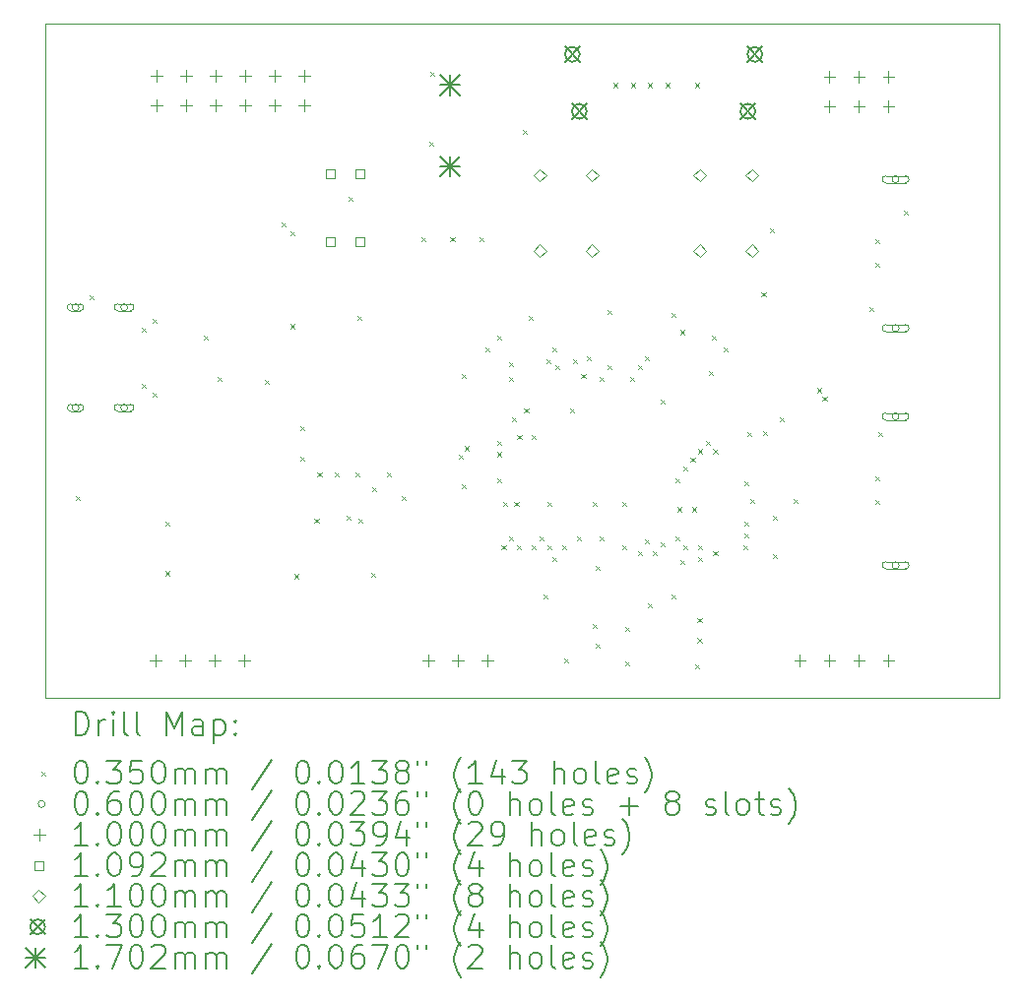
<source format=gbr>
%TF.GenerationSoftware,KiCad,Pcbnew,7.0.10-7.0.10~ubuntu20.04.1*%
%TF.CreationDate,2024-05-01T22:26:40+02:00*%
%TF.ProjectId,endeavour,656e6465-6176-46f7-9572-2e6b69636164,rev?*%
%TF.SameCoordinates,Original*%
%TF.FileFunction,Drillmap*%
%TF.FilePolarity,Positive*%
%FSLAX45Y45*%
G04 Gerber Fmt 4.5, Leading zero omitted, Abs format (unit mm)*
G04 Created by KiCad (PCBNEW 7.0.10-7.0.10~ubuntu20.04.1) date 2024-05-01 22:26:40*
%MOMM*%
%LPD*%
G01*
G04 APERTURE LIST*
%ADD10C,0.100000*%
%ADD11C,0.200000*%
%ADD12C,0.109220*%
%ADD13C,0.110000*%
%ADD14C,0.130000*%
%ADD15C,0.170180*%
G04 APERTURE END LIST*
D10*
X8167500Y-6000000D02*
X16367500Y-6000000D01*
X16367500Y-11800000D01*
X8167500Y-11800000D01*
X8167500Y-6000000D01*
D11*
D10*
X8422500Y-10057500D02*
X8457500Y-10092500D01*
X8457500Y-10057500D02*
X8422500Y-10092500D01*
X8547500Y-8332500D02*
X8582500Y-8367500D01*
X8582500Y-8332500D02*
X8547500Y-8367500D01*
X8995580Y-8612500D02*
X9030580Y-8647500D01*
X9030580Y-8612500D02*
X8995580Y-8647500D01*
X8995580Y-9092500D02*
X9030580Y-9127500D01*
X9030580Y-9092500D02*
X8995580Y-9127500D01*
X9085580Y-8532500D02*
X9120580Y-8567500D01*
X9120580Y-8532500D02*
X9085580Y-8567500D01*
X9085580Y-9172500D02*
X9120580Y-9207500D01*
X9120580Y-9172500D02*
X9085580Y-9207500D01*
X9197500Y-10282500D02*
X9232500Y-10317500D01*
X9232500Y-10282500D02*
X9197500Y-10317500D01*
X9197500Y-10707500D02*
X9232500Y-10742500D01*
X9232500Y-10707500D02*
X9197500Y-10742500D01*
X9522500Y-8682500D02*
X9557500Y-8717500D01*
X9557500Y-8682500D02*
X9522500Y-8717500D01*
X9647500Y-9032500D02*
X9682500Y-9067500D01*
X9682500Y-9032500D02*
X9647500Y-9067500D01*
X10047500Y-9057500D02*
X10082500Y-9092500D01*
X10082500Y-9057500D02*
X10047500Y-9092500D01*
X10197500Y-7707500D02*
X10232500Y-7742500D01*
X10232500Y-7707500D02*
X10197500Y-7742500D01*
X10272500Y-7782500D02*
X10307500Y-7817500D01*
X10307500Y-7782500D02*
X10272500Y-7817500D01*
X10272500Y-8582500D02*
X10307500Y-8617500D01*
X10307500Y-8582500D02*
X10272500Y-8617500D01*
X10304112Y-10732500D02*
X10339112Y-10767500D01*
X10339112Y-10732500D02*
X10304112Y-10767500D01*
X10354112Y-9457500D02*
X10389112Y-9492500D01*
X10389112Y-9457500D02*
X10354112Y-9492500D01*
X10354112Y-9717500D02*
X10389112Y-9752500D01*
X10389112Y-9717500D02*
X10354112Y-9752500D01*
X10479112Y-10257500D02*
X10514112Y-10292500D01*
X10514112Y-10257500D02*
X10479112Y-10292500D01*
X10504112Y-9857500D02*
X10539112Y-9892500D01*
X10539112Y-9857500D02*
X10504112Y-9892500D01*
X10654112Y-9857500D02*
X10689112Y-9892500D01*
X10689112Y-9857500D02*
X10654112Y-9892500D01*
X10754112Y-10232500D02*
X10789112Y-10267500D01*
X10789112Y-10232500D02*
X10754112Y-10267500D01*
X10772500Y-7482500D02*
X10807500Y-7517500D01*
X10807500Y-7482500D02*
X10772500Y-7517500D01*
X10829112Y-9857500D02*
X10864112Y-9892500D01*
X10864112Y-9857500D02*
X10829112Y-9892500D01*
X10847500Y-8507500D02*
X10882500Y-8542500D01*
X10882500Y-8507500D02*
X10847500Y-8542500D01*
X10854112Y-10257500D02*
X10889112Y-10292500D01*
X10889112Y-10257500D02*
X10854112Y-10292500D01*
X10964112Y-10722500D02*
X10999112Y-10757500D01*
X10999112Y-10722500D02*
X10964112Y-10757500D01*
X10972500Y-9982500D02*
X11007500Y-10017500D01*
X11007500Y-9982500D02*
X10972500Y-10017500D01*
X11104112Y-9857500D02*
X11139112Y-9892500D01*
X11139112Y-9857500D02*
X11104112Y-9892500D01*
X11229112Y-10057500D02*
X11264112Y-10092500D01*
X11264112Y-10057500D02*
X11229112Y-10092500D01*
X11397500Y-7832500D02*
X11432500Y-7867500D01*
X11432500Y-7832500D02*
X11397500Y-7867500D01*
X11467500Y-7012500D02*
X11502500Y-7047500D01*
X11502500Y-7012500D02*
X11467500Y-7047500D01*
X11472500Y-6407500D02*
X11507500Y-6442500D01*
X11507500Y-6407500D02*
X11472500Y-6442500D01*
X11647500Y-7832500D02*
X11682500Y-7867500D01*
X11682500Y-7832500D02*
X11647500Y-7867500D01*
X11722500Y-9707500D02*
X11757500Y-9742500D01*
X11757500Y-9707500D02*
X11722500Y-9742500D01*
X11747500Y-9007500D02*
X11782500Y-9042500D01*
X11782500Y-9007500D02*
X11747500Y-9042500D01*
X11747500Y-9957500D02*
X11782500Y-9992500D01*
X11782500Y-9957500D02*
X11747500Y-9992500D01*
X11772500Y-9632500D02*
X11807500Y-9667500D01*
X11807500Y-9632500D02*
X11772500Y-9667500D01*
X11897500Y-7832500D02*
X11932500Y-7867500D01*
X11932500Y-7832500D02*
X11897500Y-7867500D01*
X11947500Y-8782500D02*
X11982500Y-8817500D01*
X11982500Y-8782500D02*
X11947500Y-8817500D01*
X12047500Y-8682500D02*
X12082500Y-8717500D01*
X12082500Y-8682500D02*
X12047500Y-8717500D01*
X12047500Y-9582500D02*
X12082500Y-9617500D01*
X12082500Y-9582500D02*
X12047500Y-9617500D01*
X12047500Y-9682500D02*
X12082500Y-9717500D01*
X12082500Y-9682500D02*
X12047500Y-9717500D01*
X12047500Y-9907500D02*
X12082500Y-9942500D01*
X12082500Y-9907500D02*
X12047500Y-9942500D01*
X12087500Y-10482500D02*
X12122500Y-10517500D01*
X12122500Y-10482500D02*
X12087500Y-10517500D01*
X12097500Y-10107500D02*
X12132500Y-10142500D01*
X12132500Y-10107500D02*
X12097500Y-10142500D01*
X12152500Y-8907500D02*
X12187500Y-8942500D01*
X12187500Y-8907500D02*
X12152500Y-8942500D01*
X12152500Y-9032500D02*
X12187500Y-9067500D01*
X12187500Y-9032500D02*
X12152500Y-9067500D01*
X12152500Y-10407500D02*
X12187500Y-10442500D01*
X12187500Y-10407500D02*
X12152500Y-10442500D01*
X12172500Y-9382500D02*
X12207500Y-9417500D01*
X12207500Y-9382500D02*
X12172500Y-9417500D01*
X12197500Y-10107500D02*
X12232500Y-10142500D01*
X12232500Y-10107500D02*
X12197500Y-10142500D01*
X12217500Y-10482500D02*
X12252500Y-10517500D01*
X12252500Y-10482500D02*
X12217500Y-10517500D01*
X12222500Y-9532500D02*
X12257500Y-9567500D01*
X12257500Y-9532500D02*
X12222500Y-9567500D01*
X12272500Y-6907500D02*
X12307500Y-6942500D01*
X12307500Y-6907500D02*
X12272500Y-6942500D01*
X12282500Y-9307500D02*
X12317500Y-9342500D01*
X12317500Y-9307500D02*
X12282500Y-9342500D01*
X12322500Y-8507500D02*
X12357500Y-8542500D01*
X12357500Y-8507500D02*
X12322500Y-8542500D01*
X12347500Y-9532500D02*
X12382500Y-9567500D01*
X12382500Y-9532500D02*
X12347500Y-9567500D01*
X12347500Y-10482500D02*
X12382500Y-10517500D01*
X12382500Y-10482500D02*
X12347500Y-10517500D01*
X12412500Y-10407500D02*
X12447500Y-10442500D01*
X12447500Y-10407500D02*
X12412500Y-10442500D01*
X12447500Y-10907500D02*
X12482500Y-10942500D01*
X12482500Y-10907500D02*
X12447500Y-10942500D01*
X12472500Y-8882500D02*
X12507500Y-8917500D01*
X12507500Y-8882500D02*
X12472500Y-8917500D01*
X12477500Y-10107500D02*
X12512500Y-10142500D01*
X12512500Y-10107500D02*
X12477500Y-10142500D01*
X12477500Y-10482500D02*
X12512500Y-10517500D01*
X12512500Y-10482500D02*
X12477500Y-10517500D01*
X12522500Y-8782500D02*
X12557500Y-8817500D01*
X12557500Y-8782500D02*
X12522500Y-8817500D01*
X12522500Y-10582500D02*
X12557500Y-10617500D01*
X12557500Y-10582500D02*
X12522500Y-10617500D01*
X12547500Y-8932500D02*
X12582500Y-8967500D01*
X12582500Y-8932500D02*
X12547500Y-8967500D01*
X12607500Y-10482500D02*
X12642500Y-10517500D01*
X12642500Y-10482500D02*
X12607500Y-10517500D01*
X12622500Y-11457500D02*
X12657500Y-11492500D01*
X12657500Y-11457500D02*
X12622500Y-11492500D01*
X12672500Y-9307500D02*
X12707500Y-9342500D01*
X12707500Y-9307500D02*
X12672500Y-9342500D01*
X12697500Y-8882500D02*
X12732500Y-8917500D01*
X12732500Y-8882500D02*
X12697500Y-8917500D01*
X12737500Y-10407500D02*
X12772500Y-10442500D01*
X12772500Y-10407500D02*
X12737500Y-10442500D01*
X12772500Y-9007500D02*
X12807500Y-9042500D01*
X12807500Y-9007500D02*
X12772500Y-9042500D01*
X12822500Y-8857500D02*
X12857500Y-8892500D01*
X12857500Y-8857500D02*
X12822500Y-8892500D01*
X12867500Y-10107500D02*
X12902500Y-10142500D01*
X12902500Y-10107500D02*
X12867500Y-10142500D01*
X12872500Y-11157500D02*
X12907500Y-11192500D01*
X12907500Y-11157500D02*
X12872500Y-11192500D01*
X12897500Y-10657500D02*
X12932500Y-10692500D01*
X12932500Y-10657500D02*
X12897500Y-10692500D01*
X12897500Y-11332500D02*
X12932500Y-11367500D01*
X12932500Y-11332500D02*
X12897500Y-11367500D01*
X12932500Y-9032500D02*
X12967500Y-9067500D01*
X12967500Y-9032500D02*
X12932500Y-9067500D01*
X12932500Y-10407500D02*
X12967500Y-10442500D01*
X12967500Y-10407500D02*
X12932500Y-10442500D01*
X12997500Y-8457500D02*
X13032500Y-8492500D01*
X13032500Y-8457500D02*
X12997500Y-8492500D01*
X12997500Y-8932500D02*
X13032500Y-8967500D01*
X13032500Y-8932500D02*
X12997500Y-8967500D01*
X13047500Y-6507500D02*
X13082500Y-6542500D01*
X13082500Y-6507500D02*
X13047500Y-6542500D01*
X13127500Y-10107500D02*
X13162500Y-10142500D01*
X13162500Y-10107500D02*
X13127500Y-10142500D01*
X13127500Y-10482500D02*
X13162500Y-10517500D01*
X13162500Y-10482500D02*
X13127500Y-10517500D01*
X13147500Y-11182500D02*
X13182500Y-11217500D01*
X13182500Y-11182500D02*
X13147500Y-11217500D01*
X13147500Y-11482500D02*
X13182500Y-11517500D01*
X13182500Y-11482500D02*
X13147500Y-11517500D01*
X13192500Y-9032500D02*
X13227500Y-9067500D01*
X13227500Y-9032500D02*
X13192500Y-9067500D01*
X13197500Y-6507500D02*
X13232500Y-6542500D01*
X13232500Y-6507500D02*
X13197500Y-6542500D01*
X13257500Y-8932500D02*
X13292500Y-8967500D01*
X13292500Y-8932500D02*
X13257500Y-8967500D01*
X13257500Y-10532500D02*
X13292500Y-10567500D01*
X13292500Y-10532500D02*
X13257500Y-10567500D01*
X13322500Y-8857500D02*
X13357500Y-8892500D01*
X13357500Y-8857500D02*
X13322500Y-8892500D01*
X13322500Y-10432500D02*
X13357500Y-10467500D01*
X13357500Y-10432500D02*
X13322500Y-10467500D01*
X13347500Y-6507500D02*
X13382500Y-6542500D01*
X13382500Y-6507500D02*
X13347500Y-6542500D01*
X13347500Y-10982500D02*
X13382500Y-11017500D01*
X13382500Y-10982500D02*
X13347500Y-11017500D01*
X13387500Y-10532500D02*
X13422500Y-10567500D01*
X13422500Y-10532500D02*
X13387500Y-10567500D01*
X13452500Y-9232500D02*
X13487500Y-9267500D01*
X13487500Y-9232500D02*
X13452500Y-9267500D01*
X13452500Y-10457500D02*
X13487500Y-10492500D01*
X13487500Y-10457500D02*
X13452500Y-10492500D01*
X13497500Y-6507500D02*
X13532500Y-6542500D01*
X13532500Y-6507500D02*
X13497500Y-6542500D01*
X13547500Y-8482500D02*
X13582500Y-8517500D01*
X13582500Y-8482500D02*
X13547500Y-8517500D01*
X13547500Y-10907500D02*
X13582500Y-10942500D01*
X13582500Y-10907500D02*
X13547500Y-10942500D01*
X13582500Y-9907500D02*
X13617500Y-9942500D01*
X13617500Y-9907500D02*
X13582500Y-9942500D01*
X13582500Y-10407500D02*
X13617500Y-10442500D01*
X13617500Y-10407500D02*
X13582500Y-10442500D01*
X13597500Y-10157500D02*
X13632500Y-10192500D01*
X13632500Y-10157500D02*
X13597500Y-10192500D01*
X13622500Y-8632500D02*
X13657500Y-8667500D01*
X13657500Y-8632500D02*
X13622500Y-8667500D01*
X13622500Y-10607500D02*
X13657500Y-10642500D01*
X13657500Y-10607500D02*
X13622500Y-10642500D01*
X13647500Y-9807500D02*
X13682500Y-9842500D01*
X13682500Y-9807500D02*
X13647500Y-9842500D01*
X13647500Y-10482500D02*
X13682500Y-10517500D01*
X13682500Y-10482500D02*
X13647500Y-10517500D01*
X13712500Y-9732500D02*
X13747500Y-9767500D01*
X13747500Y-9732500D02*
X13712500Y-9767500D01*
X13722500Y-10157500D02*
X13757500Y-10192500D01*
X13757500Y-10157500D02*
X13722500Y-10192500D01*
X13747500Y-6507500D02*
X13782500Y-6542500D01*
X13782500Y-6507500D02*
X13747500Y-6542500D01*
X13747500Y-11507500D02*
X13782500Y-11542500D01*
X13782500Y-11507500D02*
X13747500Y-11542500D01*
X13772500Y-11107500D02*
X13807500Y-11142500D01*
X13807500Y-11107500D02*
X13772500Y-11142500D01*
X13772500Y-11282500D02*
X13807500Y-11317500D01*
X13807500Y-11282500D02*
X13772500Y-11317500D01*
X13777500Y-9657500D02*
X13812500Y-9692500D01*
X13812500Y-9657500D02*
X13777500Y-9692500D01*
X13777500Y-10482500D02*
X13812500Y-10517500D01*
X13812500Y-10482500D02*
X13777500Y-10517500D01*
X13777500Y-10582500D02*
X13812500Y-10617500D01*
X13812500Y-10582500D02*
X13777500Y-10617500D01*
X13842500Y-9582500D02*
X13877500Y-9617500D01*
X13877500Y-9582500D02*
X13842500Y-9617500D01*
X13872500Y-8982500D02*
X13907500Y-9017500D01*
X13907500Y-8982500D02*
X13872500Y-9017500D01*
X13897500Y-8682500D02*
X13932500Y-8717500D01*
X13932500Y-8682500D02*
X13897500Y-8717500D01*
X13907500Y-9657500D02*
X13942500Y-9692500D01*
X13942500Y-9657500D02*
X13907500Y-9692500D01*
X13907500Y-10532500D02*
X13942500Y-10567500D01*
X13942500Y-10532500D02*
X13907500Y-10567500D01*
X13997500Y-8782500D02*
X14032500Y-8817500D01*
X14032500Y-8782500D02*
X13997500Y-8817500D01*
X14167500Y-10482500D02*
X14202500Y-10517500D01*
X14202500Y-10482500D02*
X14167500Y-10517500D01*
X14172500Y-9932500D02*
X14207500Y-9967500D01*
X14207500Y-9932500D02*
X14172500Y-9967500D01*
X14172500Y-10282500D02*
X14207500Y-10317500D01*
X14207500Y-10282500D02*
X14172500Y-10317500D01*
X14172500Y-10382500D02*
X14207500Y-10417500D01*
X14207500Y-10382500D02*
X14172500Y-10417500D01*
X14197500Y-9507500D02*
X14232500Y-9542500D01*
X14232500Y-9507500D02*
X14197500Y-9542500D01*
X14222500Y-10082500D02*
X14257500Y-10117500D01*
X14257500Y-10082500D02*
X14222500Y-10117500D01*
X14322500Y-8307500D02*
X14357500Y-8342500D01*
X14357500Y-8307500D02*
X14322500Y-8342500D01*
X14337500Y-9502500D02*
X14372500Y-9537500D01*
X14372500Y-9502500D02*
X14337500Y-9537500D01*
X14397500Y-7757500D02*
X14432500Y-7792500D01*
X14432500Y-7757500D02*
X14397500Y-7792500D01*
X14422500Y-10232500D02*
X14457500Y-10267500D01*
X14457500Y-10232500D02*
X14422500Y-10267500D01*
X14422500Y-10557500D02*
X14457500Y-10592500D01*
X14457500Y-10557500D02*
X14422500Y-10592500D01*
X14477500Y-9382500D02*
X14512500Y-9417500D01*
X14512500Y-9382500D02*
X14477500Y-9417500D01*
X14597500Y-10082500D02*
X14632500Y-10117500D01*
X14632500Y-10082500D02*
X14597500Y-10117500D01*
X14797500Y-9132500D02*
X14832500Y-9167500D01*
X14832500Y-9132500D02*
X14797500Y-9167500D01*
X14847500Y-9207500D02*
X14882500Y-9242500D01*
X14882500Y-9207500D02*
X14847500Y-9242500D01*
X15247500Y-8432500D02*
X15282500Y-8467500D01*
X15282500Y-8432500D02*
X15247500Y-8467500D01*
X15297500Y-7852500D02*
X15332500Y-7887500D01*
X15332500Y-7852500D02*
X15297500Y-7887500D01*
X15297500Y-8052500D02*
X15332500Y-8087500D01*
X15332500Y-8052500D02*
X15297500Y-8087500D01*
X15297500Y-9892500D02*
X15332500Y-9927500D01*
X15332500Y-9892500D02*
X15297500Y-9927500D01*
X15297500Y-10092500D02*
X15332500Y-10127500D01*
X15332500Y-10092500D02*
X15297500Y-10127500D01*
X15322500Y-9507500D02*
X15357500Y-9542500D01*
X15357500Y-9507500D02*
X15322500Y-9542500D01*
X15547500Y-7607500D02*
X15582500Y-7642500D01*
X15582500Y-7607500D02*
X15547500Y-7642500D01*
X8453080Y-8436000D02*
G75*
G03*
X8393080Y-8436000I-30000J0D01*
G01*
X8393080Y-8436000D02*
G75*
G03*
X8453080Y-8436000I30000J0D01*
G01*
X8463080Y-8406000D02*
X8383080Y-8406000D01*
X8383080Y-8406000D02*
G75*
G03*
X8383080Y-8466000I0J-30000D01*
G01*
X8383080Y-8466000D02*
X8463080Y-8466000D01*
X8463080Y-8466000D02*
G75*
G03*
X8463080Y-8406000I0J30000D01*
G01*
X8453080Y-9300000D02*
G75*
G03*
X8393080Y-9300000I-30000J0D01*
G01*
X8393080Y-9300000D02*
G75*
G03*
X8453080Y-9300000I30000J0D01*
G01*
X8463080Y-9270000D02*
X8383080Y-9270000D01*
X8383080Y-9270000D02*
G75*
G03*
X8383080Y-9330000I0J-30000D01*
G01*
X8383080Y-9330000D02*
X8463080Y-9330000D01*
X8463080Y-9330000D02*
G75*
G03*
X8463080Y-9270000I0J30000D01*
G01*
X8871080Y-8436000D02*
G75*
G03*
X8811080Y-8436000I-30000J0D01*
G01*
X8811080Y-8436000D02*
G75*
G03*
X8871080Y-8436000I30000J0D01*
G01*
X8896080Y-8406000D02*
X8786080Y-8406000D01*
X8786080Y-8406000D02*
G75*
G03*
X8786080Y-8466000I0J-30000D01*
G01*
X8786080Y-8466000D02*
X8896080Y-8466000D01*
X8896080Y-8466000D02*
G75*
G03*
X8896080Y-8406000I0J30000D01*
G01*
X8871080Y-9300000D02*
G75*
G03*
X8811080Y-9300000I-30000J0D01*
G01*
X8811080Y-9300000D02*
G75*
G03*
X8871080Y-9300000I30000J0D01*
G01*
X8896080Y-9270000D02*
X8786080Y-9270000D01*
X8786080Y-9270000D02*
G75*
G03*
X8786080Y-9330000I0J-30000D01*
G01*
X8786080Y-9330000D02*
X8896080Y-9330000D01*
X8896080Y-9330000D02*
G75*
G03*
X8896080Y-9270000I0J30000D01*
G01*
X15505000Y-7335000D02*
G75*
G03*
X15445000Y-7335000I-30000J0D01*
G01*
X15445000Y-7335000D02*
G75*
G03*
X15505000Y-7335000I30000J0D01*
G01*
X15390000Y-7365000D02*
X15560000Y-7365000D01*
X15560000Y-7365000D02*
G75*
G03*
X15560000Y-7305000I0J30000D01*
G01*
X15560000Y-7305000D02*
X15390000Y-7305000D01*
X15390000Y-7305000D02*
G75*
G03*
X15390000Y-7365000I0J-30000D01*
G01*
X15505000Y-8615000D02*
G75*
G03*
X15445000Y-8615000I-30000J0D01*
G01*
X15445000Y-8615000D02*
G75*
G03*
X15505000Y-8615000I30000J0D01*
G01*
X15390000Y-8645000D02*
X15560000Y-8645000D01*
X15560000Y-8645000D02*
G75*
G03*
X15560000Y-8585000I0J30000D01*
G01*
X15560000Y-8585000D02*
X15390000Y-8585000D01*
X15390000Y-8585000D02*
G75*
G03*
X15390000Y-8645000I0J-30000D01*
G01*
X15505000Y-9375000D02*
G75*
G03*
X15445000Y-9375000I-30000J0D01*
G01*
X15445000Y-9375000D02*
G75*
G03*
X15505000Y-9375000I30000J0D01*
G01*
X15390000Y-9405000D02*
X15560000Y-9405000D01*
X15560000Y-9405000D02*
G75*
G03*
X15560000Y-9345000I0J30000D01*
G01*
X15560000Y-9345000D02*
X15390000Y-9345000D01*
X15390000Y-9345000D02*
G75*
G03*
X15390000Y-9405000I0J-30000D01*
G01*
X15505000Y-10655000D02*
G75*
G03*
X15445000Y-10655000I-30000J0D01*
G01*
X15445000Y-10655000D02*
G75*
G03*
X15505000Y-10655000I30000J0D01*
G01*
X15390000Y-10685000D02*
X15560000Y-10685000D01*
X15560000Y-10685000D02*
G75*
G03*
X15560000Y-10625000I0J30000D01*
G01*
X15560000Y-10625000D02*
X15390000Y-10625000D01*
X15390000Y-10625000D02*
G75*
G03*
X15390000Y-10685000I0J-30000D01*
G01*
X9115000Y-11422500D02*
X9115000Y-11522500D01*
X9065000Y-11472500D02*
X9165000Y-11472500D01*
X9120000Y-6396000D02*
X9120000Y-6496000D01*
X9070000Y-6446000D02*
X9170000Y-6446000D01*
X9120000Y-6650000D02*
X9120000Y-6750000D01*
X9070000Y-6700000D02*
X9170000Y-6700000D01*
X9369000Y-11422500D02*
X9369000Y-11522500D01*
X9319000Y-11472500D02*
X9419000Y-11472500D01*
X9374000Y-6396000D02*
X9374000Y-6496000D01*
X9324000Y-6446000D02*
X9424000Y-6446000D01*
X9374000Y-6650000D02*
X9374000Y-6750000D01*
X9324000Y-6700000D02*
X9424000Y-6700000D01*
X9623000Y-11422500D02*
X9623000Y-11522500D01*
X9573000Y-11472500D02*
X9673000Y-11472500D01*
X9628000Y-6396000D02*
X9628000Y-6496000D01*
X9578000Y-6446000D02*
X9678000Y-6446000D01*
X9628000Y-6650000D02*
X9628000Y-6750000D01*
X9578000Y-6700000D02*
X9678000Y-6700000D01*
X9877000Y-11422500D02*
X9877000Y-11522500D01*
X9827000Y-11472500D02*
X9927000Y-11472500D01*
X9882000Y-6396000D02*
X9882000Y-6496000D01*
X9832000Y-6446000D02*
X9932000Y-6446000D01*
X9882000Y-6650000D02*
X9882000Y-6750000D01*
X9832000Y-6700000D02*
X9932000Y-6700000D01*
X10136000Y-6396000D02*
X10136000Y-6496000D01*
X10086000Y-6446000D02*
X10186000Y-6446000D01*
X10136000Y-6650000D02*
X10136000Y-6750000D01*
X10086000Y-6700000D02*
X10186000Y-6700000D01*
X10390000Y-6396000D02*
X10390000Y-6496000D01*
X10340000Y-6446000D02*
X10440000Y-6446000D01*
X10390000Y-6650000D02*
X10390000Y-6750000D01*
X10340000Y-6700000D02*
X10440000Y-6700000D01*
X11457000Y-11422500D02*
X11457000Y-11522500D01*
X11407000Y-11472500D02*
X11507000Y-11472500D01*
X11711000Y-11422500D02*
X11711000Y-11522500D01*
X11661000Y-11472500D02*
X11761000Y-11472500D01*
X11965000Y-11422500D02*
X11965000Y-11522500D01*
X11915000Y-11472500D02*
X12015000Y-11472500D01*
X14653000Y-11425000D02*
X14653000Y-11525000D01*
X14603000Y-11475000D02*
X14703000Y-11475000D01*
X14907000Y-6400000D02*
X14907000Y-6500000D01*
X14857000Y-6450000D02*
X14957000Y-6450000D01*
X14907000Y-6654000D02*
X14907000Y-6754000D01*
X14857000Y-6704000D02*
X14957000Y-6704000D01*
X14907000Y-11425000D02*
X14907000Y-11525000D01*
X14857000Y-11475000D02*
X14957000Y-11475000D01*
X15161000Y-6400000D02*
X15161000Y-6500000D01*
X15111000Y-6450000D02*
X15211000Y-6450000D01*
X15161000Y-6654000D02*
X15161000Y-6754000D01*
X15111000Y-6704000D02*
X15211000Y-6704000D01*
X15161000Y-11425000D02*
X15161000Y-11525000D01*
X15111000Y-11475000D02*
X15211000Y-11475000D01*
X15415000Y-6400000D02*
X15415000Y-6500000D01*
X15365000Y-6450000D02*
X15465000Y-6450000D01*
X15415000Y-6654000D02*
X15415000Y-6754000D01*
X15365000Y-6704000D02*
X15465000Y-6704000D01*
X15415000Y-11425000D02*
X15415000Y-11525000D01*
X15365000Y-11475000D02*
X15465000Y-11475000D01*
D12*
X10654696Y-7324265D02*
X10654696Y-7247034D01*
X10577465Y-7247034D01*
X10577465Y-7324265D01*
X10654696Y-7324265D01*
X10654696Y-7913545D02*
X10654696Y-7836314D01*
X10577465Y-7836314D01*
X10577465Y-7913545D01*
X10654696Y-7913545D01*
X10903616Y-7324265D02*
X10903616Y-7247034D01*
X10826385Y-7247034D01*
X10826385Y-7324265D01*
X10903616Y-7324265D01*
X10903616Y-7913545D02*
X10903616Y-7836314D01*
X10826385Y-7836314D01*
X10826385Y-7913545D01*
X10903616Y-7913545D01*
D13*
X12415000Y-7355000D02*
X12470000Y-7300000D01*
X12415000Y-7245000D01*
X12360000Y-7300000D01*
X12415000Y-7355000D01*
X12415000Y-8005000D02*
X12470000Y-7950000D01*
X12415000Y-7895000D01*
X12360000Y-7950000D01*
X12415000Y-8005000D01*
X12865000Y-7355000D02*
X12920000Y-7300000D01*
X12865000Y-7245000D01*
X12810000Y-7300000D01*
X12865000Y-7355000D01*
X12865000Y-8005000D02*
X12920000Y-7950000D01*
X12865000Y-7895000D01*
X12810000Y-7950000D01*
X12865000Y-8005000D01*
X13790000Y-7355000D02*
X13845000Y-7300000D01*
X13790000Y-7245000D01*
X13735000Y-7300000D01*
X13790000Y-7355000D01*
X13790000Y-8005000D02*
X13845000Y-7950000D01*
X13790000Y-7895000D01*
X13735000Y-7950000D01*
X13790000Y-8005000D01*
X14240000Y-7355000D02*
X14295000Y-7300000D01*
X14240000Y-7245000D01*
X14185000Y-7300000D01*
X14240000Y-7355000D01*
X14240000Y-8005000D02*
X14295000Y-7950000D01*
X14240000Y-7895000D01*
X14185000Y-7950000D01*
X14240000Y-8005000D01*
D14*
X12630000Y-6195000D02*
X12760000Y-6325000D01*
X12760000Y-6195000D02*
X12630000Y-6325000D01*
X12760000Y-6260000D02*
G75*
G03*
X12630000Y-6260000I-65000J0D01*
G01*
X12630000Y-6260000D02*
G75*
G03*
X12760000Y-6260000I65000J0D01*
G01*
X12690000Y-6685000D02*
X12820000Y-6815000D01*
X12820000Y-6685000D02*
X12690000Y-6815000D01*
X12820000Y-6750000D02*
G75*
G03*
X12690000Y-6750000I-65000J0D01*
G01*
X12690000Y-6750000D02*
G75*
G03*
X12820000Y-6750000I65000J0D01*
G01*
X14140000Y-6685000D02*
X14270000Y-6815000D01*
X14270000Y-6685000D02*
X14140000Y-6815000D01*
X14270000Y-6750000D02*
G75*
G03*
X14140000Y-6750000I-65000J0D01*
G01*
X14140000Y-6750000D02*
G75*
G03*
X14270000Y-6750000I65000J0D01*
G01*
X14200000Y-6195000D02*
X14330000Y-6325000D01*
X14330000Y-6195000D02*
X14200000Y-6325000D01*
X14330000Y-6260000D02*
G75*
G03*
X14200000Y-6260000I-65000J0D01*
G01*
X14200000Y-6260000D02*
G75*
G03*
X14330000Y-6260000I65000J0D01*
G01*
D15*
X11554910Y-6439910D02*
X11725090Y-6610090D01*
X11725090Y-6439910D02*
X11554910Y-6610090D01*
X11640000Y-6439910D02*
X11640000Y-6610090D01*
X11554910Y-6525000D02*
X11725090Y-6525000D01*
X11554910Y-7139910D02*
X11725090Y-7310090D01*
X11725090Y-7139910D02*
X11554910Y-7310090D01*
X11640000Y-7139910D02*
X11640000Y-7310090D01*
X11554910Y-7225000D02*
X11725090Y-7225000D01*
D11*
X8423277Y-12116484D02*
X8423277Y-11916484D01*
X8423277Y-11916484D02*
X8470896Y-11916484D01*
X8470896Y-11916484D02*
X8499467Y-11926008D01*
X8499467Y-11926008D02*
X8518515Y-11945055D01*
X8518515Y-11945055D02*
X8528039Y-11964103D01*
X8528039Y-11964103D02*
X8537563Y-12002198D01*
X8537563Y-12002198D02*
X8537563Y-12030769D01*
X8537563Y-12030769D02*
X8528039Y-12068865D01*
X8528039Y-12068865D02*
X8518515Y-12087912D01*
X8518515Y-12087912D02*
X8499467Y-12106960D01*
X8499467Y-12106960D02*
X8470896Y-12116484D01*
X8470896Y-12116484D02*
X8423277Y-12116484D01*
X8623277Y-12116484D02*
X8623277Y-11983150D01*
X8623277Y-12021246D02*
X8632801Y-12002198D01*
X8632801Y-12002198D02*
X8642324Y-11992674D01*
X8642324Y-11992674D02*
X8661372Y-11983150D01*
X8661372Y-11983150D02*
X8680420Y-11983150D01*
X8747086Y-12116484D02*
X8747086Y-11983150D01*
X8747086Y-11916484D02*
X8737563Y-11926008D01*
X8737563Y-11926008D02*
X8747086Y-11935531D01*
X8747086Y-11935531D02*
X8756610Y-11926008D01*
X8756610Y-11926008D02*
X8747086Y-11916484D01*
X8747086Y-11916484D02*
X8747086Y-11935531D01*
X8870896Y-12116484D02*
X8851848Y-12106960D01*
X8851848Y-12106960D02*
X8842324Y-12087912D01*
X8842324Y-12087912D02*
X8842324Y-11916484D01*
X8975658Y-12116484D02*
X8956610Y-12106960D01*
X8956610Y-12106960D02*
X8947086Y-12087912D01*
X8947086Y-12087912D02*
X8947086Y-11916484D01*
X9204229Y-12116484D02*
X9204229Y-11916484D01*
X9204229Y-11916484D02*
X9270896Y-12059341D01*
X9270896Y-12059341D02*
X9337563Y-11916484D01*
X9337563Y-11916484D02*
X9337563Y-12116484D01*
X9518515Y-12116484D02*
X9518515Y-12011722D01*
X9518515Y-12011722D02*
X9508991Y-11992674D01*
X9508991Y-11992674D02*
X9489944Y-11983150D01*
X9489944Y-11983150D02*
X9451848Y-11983150D01*
X9451848Y-11983150D02*
X9432801Y-11992674D01*
X9518515Y-12106960D02*
X9499467Y-12116484D01*
X9499467Y-12116484D02*
X9451848Y-12116484D01*
X9451848Y-12116484D02*
X9432801Y-12106960D01*
X9432801Y-12106960D02*
X9423277Y-12087912D01*
X9423277Y-12087912D02*
X9423277Y-12068865D01*
X9423277Y-12068865D02*
X9432801Y-12049817D01*
X9432801Y-12049817D02*
X9451848Y-12040293D01*
X9451848Y-12040293D02*
X9499467Y-12040293D01*
X9499467Y-12040293D02*
X9518515Y-12030769D01*
X9613753Y-11983150D02*
X9613753Y-12183150D01*
X9613753Y-11992674D02*
X9632801Y-11983150D01*
X9632801Y-11983150D02*
X9670896Y-11983150D01*
X9670896Y-11983150D02*
X9689944Y-11992674D01*
X9689944Y-11992674D02*
X9699467Y-12002198D01*
X9699467Y-12002198D02*
X9708991Y-12021246D01*
X9708991Y-12021246D02*
X9708991Y-12078388D01*
X9708991Y-12078388D02*
X9699467Y-12097436D01*
X9699467Y-12097436D02*
X9689944Y-12106960D01*
X9689944Y-12106960D02*
X9670896Y-12116484D01*
X9670896Y-12116484D02*
X9632801Y-12116484D01*
X9632801Y-12116484D02*
X9613753Y-12106960D01*
X9794705Y-12097436D02*
X9804229Y-12106960D01*
X9804229Y-12106960D02*
X9794705Y-12116484D01*
X9794705Y-12116484D02*
X9785182Y-12106960D01*
X9785182Y-12106960D02*
X9794705Y-12097436D01*
X9794705Y-12097436D02*
X9794705Y-12116484D01*
X9794705Y-11992674D02*
X9804229Y-12002198D01*
X9804229Y-12002198D02*
X9794705Y-12011722D01*
X9794705Y-12011722D02*
X9785182Y-12002198D01*
X9785182Y-12002198D02*
X9794705Y-11992674D01*
X9794705Y-11992674D02*
X9794705Y-12011722D01*
D10*
X8127500Y-12427500D02*
X8162500Y-12462500D01*
X8162500Y-12427500D02*
X8127500Y-12462500D01*
D11*
X8461372Y-12336484D02*
X8480420Y-12336484D01*
X8480420Y-12336484D02*
X8499467Y-12346008D01*
X8499467Y-12346008D02*
X8508991Y-12355531D01*
X8508991Y-12355531D02*
X8518515Y-12374579D01*
X8518515Y-12374579D02*
X8528039Y-12412674D01*
X8528039Y-12412674D02*
X8528039Y-12460293D01*
X8528039Y-12460293D02*
X8518515Y-12498388D01*
X8518515Y-12498388D02*
X8508991Y-12517436D01*
X8508991Y-12517436D02*
X8499467Y-12526960D01*
X8499467Y-12526960D02*
X8480420Y-12536484D01*
X8480420Y-12536484D02*
X8461372Y-12536484D01*
X8461372Y-12536484D02*
X8442324Y-12526960D01*
X8442324Y-12526960D02*
X8432801Y-12517436D01*
X8432801Y-12517436D02*
X8423277Y-12498388D01*
X8423277Y-12498388D02*
X8413753Y-12460293D01*
X8413753Y-12460293D02*
X8413753Y-12412674D01*
X8413753Y-12412674D02*
X8423277Y-12374579D01*
X8423277Y-12374579D02*
X8432801Y-12355531D01*
X8432801Y-12355531D02*
X8442324Y-12346008D01*
X8442324Y-12346008D02*
X8461372Y-12336484D01*
X8613753Y-12517436D02*
X8623277Y-12526960D01*
X8623277Y-12526960D02*
X8613753Y-12536484D01*
X8613753Y-12536484D02*
X8604229Y-12526960D01*
X8604229Y-12526960D02*
X8613753Y-12517436D01*
X8613753Y-12517436D02*
X8613753Y-12536484D01*
X8689944Y-12336484D02*
X8813753Y-12336484D01*
X8813753Y-12336484D02*
X8747086Y-12412674D01*
X8747086Y-12412674D02*
X8775658Y-12412674D01*
X8775658Y-12412674D02*
X8794705Y-12422198D01*
X8794705Y-12422198D02*
X8804229Y-12431722D01*
X8804229Y-12431722D02*
X8813753Y-12450769D01*
X8813753Y-12450769D02*
X8813753Y-12498388D01*
X8813753Y-12498388D02*
X8804229Y-12517436D01*
X8804229Y-12517436D02*
X8794705Y-12526960D01*
X8794705Y-12526960D02*
X8775658Y-12536484D01*
X8775658Y-12536484D02*
X8718515Y-12536484D01*
X8718515Y-12536484D02*
X8699467Y-12526960D01*
X8699467Y-12526960D02*
X8689944Y-12517436D01*
X8994705Y-12336484D02*
X8899467Y-12336484D01*
X8899467Y-12336484D02*
X8889944Y-12431722D01*
X8889944Y-12431722D02*
X8899467Y-12422198D01*
X8899467Y-12422198D02*
X8918515Y-12412674D01*
X8918515Y-12412674D02*
X8966134Y-12412674D01*
X8966134Y-12412674D02*
X8985182Y-12422198D01*
X8985182Y-12422198D02*
X8994705Y-12431722D01*
X8994705Y-12431722D02*
X9004229Y-12450769D01*
X9004229Y-12450769D02*
X9004229Y-12498388D01*
X9004229Y-12498388D02*
X8994705Y-12517436D01*
X8994705Y-12517436D02*
X8985182Y-12526960D01*
X8985182Y-12526960D02*
X8966134Y-12536484D01*
X8966134Y-12536484D02*
X8918515Y-12536484D01*
X8918515Y-12536484D02*
X8899467Y-12526960D01*
X8899467Y-12526960D02*
X8889944Y-12517436D01*
X9128039Y-12336484D02*
X9147086Y-12336484D01*
X9147086Y-12336484D02*
X9166134Y-12346008D01*
X9166134Y-12346008D02*
X9175658Y-12355531D01*
X9175658Y-12355531D02*
X9185182Y-12374579D01*
X9185182Y-12374579D02*
X9194705Y-12412674D01*
X9194705Y-12412674D02*
X9194705Y-12460293D01*
X9194705Y-12460293D02*
X9185182Y-12498388D01*
X9185182Y-12498388D02*
X9175658Y-12517436D01*
X9175658Y-12517436D02*
X9166134Y-12526960D01*
X9166134Y-12526960D02*
X9147086Y-12536484D01*
X9147086Y-12536484D02*
X9128039Y-12536484D01*
X9128039Y-12536484D02*
X9108991Y-12526960D01*
X9108991Y-12526960D02*
X9099467Y-12517436D01*
X9099467Y-12517436D02*
X9089944Y-12498388D01*
X9089944Y-12498388D02*
X9080420Y-12460293D01*
X9080420Y-12460293D02*
X9080420Y-12412674D01*
X9080420Y-12412674D02*
X9089944Y-12374579D01*
X9089944Y-12374579D02*
X9099467Y-12355531D01*
X9099467Y-12355531D02*
X9108991Y-12346008D01*
X9108991Y-12346008D02*
X9128039Y-12336484D01*
X9280420Y-12536484D02*
X9280420Y-12403150D01*
X9280420Y-12422198D02*
X9289944Y-12412674D01*
X9289944Y-12412674D02*
X9308991Y-12403150D01*
X9308991Y-12403150D02*
X9337563Y-12403150D01*
X9337563Y-12403150D02*
X9356610Y-12412674D01*
X9356610Y-12412674D02*
X9366134Y-12431722D01*
X9366134Y-12431722D02*
X9366134Y-12536484D01*
X9366134Y-12431722D02*
X9375658Y-12412674D01*
X9375658Y-12412674D02*
X9394705Y-12403150D01*
X9394705Y-12403150D02*
X9423277Y-12403150D01*
X9423277Y-12403150D02*
X9442325Y-12412674D01*
X9442325Y-12412674D02*
X9451848Y-12431722D01*
X9451848Y-12431722D02*
X9451848Y-12536484D01*
X9547086Y-12536484D02*
X9547086Y-12403150D01*
X9547086Y-12422198D02*
X9556610Y-12412674D01*
X9556610Y-12412674D02*
X9575658Y-12403150D01*
X9575658Y-12403150D02*
X9604229Y-12403150D01*
X9604229Y-12403150D02*
X9623277Y-12412674D01*
X9623277Y-12412674D02*
X9632801Y-12431722D01*
X9632801Y-12431722D02*
X9632801Y-12536484D01*
X9632801Y-12431722D02*
X9642325Y-12412674D01*
X9642325Y-12412674D02*
X9661372Y-12403150D01*
X9661372Y-12403150D02*
X9689944Y-12403150D01*
X9689944Y-12403150D02*
X9708991Y-12412674D01*
X9708991Y-12412674D02*
X9718515Y-12431722D01*
X9718515Y-12431722D02*
X9718515Y-12536484D01*
X10108991Y-12326960D02*
X9937563Y-12584103D01*
X10366134Y-12336484D02*
X10385182Y-12336484D01*
X10385182Y-12336484D02*
X10404229Y-12346008D01*
X10404229Y-12346008D02*
X10413753Y-12355531D01*
X10413753Y-12355531D02*
X10423277Y-12374579D01*
X10423277Y-12374579D02*
X10432801Y-12412674D01*
X10432801Y-12412674D02*
X10432801Y-12460293D01*
X10432801Y-12460293D02*
X10423277Y-12498388D01*
X10423277Y-12498388D02*
X10413753Y-12517436D01*
X10413753Y-12517436D02*
X10404229Y-12526960D01*
X10404229Y-12526960D02*
X10385182Y-12536484D01*
X10385182Y-12536484D02*
X10366134Y-12536484D01*
X10366134Y-12536484D02*
X10347087Y-12526960D01*
X10347087Y-12526960D02*
X10337563Y-12517436D01*
X10337563Y-12517436D02*
X10328039Y-12498388D01*
X10328039Y-12498388D02*
X10318515Y-12460293D01*
X10318515Y-12460293D02*
X10318515Y-12412674D01*
X10318515Y-12412674D02*
X10328039Y-12374579D01*
X10328039Y-12374579D02*
X10337563Y-12355531D01*
X10337563Y-12355531D02*
X10347087Y-12346008D01*
X10347087Y-12346008D02*
X10366134Y-12336484D01*
X10518515Y-12517436D02*
X10528039Y-12526960D01*
X10528039Y-12526960D02*
X10518515Y-12536484D01*
X10518515Y-12536484D02*
X10508991Y-12526960D01*
X10508991Y-12526960D02*
X10518515Y-12517436D01*
X10518515Y-12517436D02*
X10518515Y-12536484D01*
X10651848Y-12336484D02*
X10670896Y-12336484D01*
X10670896Y-12336484D02*
X10689944Y-12346008D01*
X10689944Y-12346008D02*
X10699468Y-12355531D01*
X10699468Y-12355531D02*
X10708991Y-12374579D01*
X10708991Y-12374579D02*
X10718515Y-12412674D01*
X10718515Y-12412674D02*
X10718515Y-12460293D01*
X10718515Y-12460293D02*
X10708991Y-12498388D01*
X10708991Y-12498388D02*
X10699468Y-12517436D01*
X10699468Y-12517436D02*
X10689944Y-12526960D01*
X10689944Y-12526960D02*
X10670896Y-12536484D01*
X10670896Y-12536484D02*
X10651848Y-12536484D01*
X10651848Y-12536484D02*
X10632801Y-12526960D01*
X10632801Y-12526960D02*
X10623277Y-12517436D01*
X10623277Y-12517436D02*
X10613753Y-12498388D01*
X10613753Y-12498388D02*
X10604229Y-12460293D01*
X10604229Y-12460293D02*
X10604229Y-12412674D01*
X10604229Y-12412674D02*
X10613753Y-12374579D01*
X10613753Y-12374579D02*
X10623277Y-12355531D01*
X10623277Y-12355531D02*
X10632801Y-12346008D01*
X10632801Y-12346008D02*
X10651848Y-12336484D01*
X10908991Y-12536484D02*
X10794706Y-12536484D01*
X10851848Y-12536484D02*
X10851848Y-12336484D01*
X10851848Y-12336484D02*
X10832801Y-12365055D01*
X10832801Y-12365055D02*
X10813753Y-12384103D01*
X10813753Y-12384103D02*
X10794706Y-12393627D01*
X10975658Y-12336484D02*
X11099468Y-12336484D01*
X11099468Y-12336484D02*
X11032801Y-12412674D01*
X11032801Y-12412674D02*
X11061372Y-12412674D01*
X11061372Y-12412674D02*
X11080420Y-12422198D01*
X11080420Y-12422198D02*
X11089944Y-12431722D01*
X11089944Y-12431722D02*
X11099468Y-12450769D01*
X11099468Y-12450769D02*
X11099468Y-12498388D01*
X11099468Y-12498388D02*
X11089944Y-12517436D01*
X11089944Y-12517436D02*
X11080420Y-12526960D01*
X11080420Y-12526960D02*
X11061372Y-12536484D01*
X11061372Y-12536484D02*
X11004229Y-12536484D01*
X11004229Y-12536484D02*
X10985182Y-12526960D01*
X10985182Y-12526960D02*
X10975658Y-12517436D01*
X11213753Y-12422198D02*
X11194706Y-12412674D01*
X11194706Y-12412674D02*
X11185182Y-12403150D01*
X11185182Y-12403150D02*
X11175658Y-12384103D01*
X11175658Y-12384103D02*
X11175658Y-12374579D01*
X11175658Y-12374579D02*
X11185182Y-12355531D01*
X11185182Y-12355531D02*
X11194706Y-12346008D01*
X11194706Y-12346008D02*
X11213753Y-12336484D01*
X11213753Y-12336484D02*
X11251848Y-12336484D01*
X11251848Y-12336484D02*
X11270896Y-12346008D01*
X11270896Y-12346008D02*
X11280420Y-12355531D01*
X11280420Y-12355531D02*
X11289944Y-12374579D01*
X11289944Y-12374579D02*
X11289944Y-12384103D01*
X11289944Y-12384103D02*
X11280420Y-12403150D01*
X11280420Y-12403150D02*
X11270896Y-12412674D01*
X11270896Y-12412674D02*
X11251848Y-12422198D01*
X11251848Y-12422198D02*
X11213753Y-12422198D01*
X11213753Y-12422198D02*
X11194706Y-12431722D01*
X11194706Y-12431722D02*
X11185182Y-12441246D01*
X11185182Y-12441246D02*
X11175658Y-12460293D01*
X11175658Y-12460293D02*
X11175658Y-12498388D01*
X11175658Y-12498388D02*
X11185182Y-12517436D01*
X11185182Y-12517436D02*
X11194706Y-12526960D01*
X11194706Y-12526960D02*
X11213753Y-12536484D01*
X11213753Y-12536484D02*
X11251848Y-12536484D01*
X11251848Y-12536484D02*
X11270896Y-12526960D01*
X11270896Y-12526960D02*
X11280420Y-12517436D01*
X11280420Y-12517436D02*
X11289944Y-12498388D01*
X11289944Y-12498388D02*
X11289944Y-12460293D01*
X11289944Y-12460293D02*
X11280420Y-12441246D01*
X11280420Y-12441246D02*
X11270896Y-12431722D01*
X11270896Y-12431722D02*
X11251848Y-12422198D01*
X11366134Y-12336484D02*
X11366134Y-12374579D01*
X11442325Y-12336484D02*
X11442325Y-12374579D01*
X11737563Y-12612674D02*
X11728039Y-12603150D01*
X11728039Y-12603150D02*
X11708991Y-12574579D01*
X11708991Y-12574579D02*
X11699468Y-12555531D01*
X11699468Y-12555531D02*
X11689944Y-12526960D01*
X11689944Y-12526960D02*
X11680420Y-12479341D01*
X11680420Y-12479341D02*
X11680420Y-12441246D01*
X11680420Y-12441246D02*
X11689944Y-12393627D01*
X11689944Y-12393627D02*
X11699468Y-12365055D01*
X11699468Y-12365055D02*
X11708991Y-12346008D01*
X11708991Y-12346008D02*
X11728039Y-12317436D01*
X11728039Y-12317436D02*
X11737563Y-12307912D01*
X11918515Y-12536484D02*
X11804229Y-12536484D01*
X11861372Y-12536484D02*
X11861372Y-12336484D01*
X11861372Y-12336484D02*
X11842325Y-12365055D01*
X11842325Y-12365055D02*
X11823277Y-12384103D01*
X11823277Y-12384103D02*
X11804229Y-12393627D01*
X12089944Y-12403150D02*
X12089944Y-12536484D01*
X12042325Y-12326960D02*
X11994706Y-12469817D01*
X11994706Y-12469817D02*
X12118515Y-12469817D01*
X12175658Y-12336484D02*
X12299468Y-12336484D01*
X12299468Y-12336484D02*
X12232801Y-12412674D01*
X12232801Y-12412674D02*
X12261372Y-12412674D01*
X12261372Y-12412674D02*
X12280420Y-12422198D01*
X12280420Y-12422198D02*
X12289944Y-12431722D01*
X12289944Y-12431722D02*
X12299468Y-12450769D01*
X12299468Y-12450769D02*
X12299468Y-12498388D01*
X12299468Y-12498388D02*
X12289944Y-12517436D01*
X12289944Y-12517436D02*
X12280420Y-12526960D01*
X12280420Y-12526960D02*
X12261372Y-12536484D01*
X12261372Y-12536484D02*
X12204229Y-12536484D01*
X12204229Y-12536484D02*
X12185182Y-12526960D01*
X12185182Y-12526960D02*
X12175658Y-12517436D01*
X12537563Y-12536484D02*
X12537563Y-12336484D01*
X12623277Y-12536484D02*
X12623277Y-12431722D01*
X12623277Y-12431722D02*
X12613753Y-12412674D01*
X12613753Y-12412674D02*
X12594706Y-12403150D01*
X12594706Y-12403150D02*
X12566134Y-12403150D01*
X12566134Y-12403150D02*
X12547087Y-12412674D01*
X12547087Y-12412674D02*
X12537563Y-12422198D01*
X12747087Y-12536484D02*
X12728039Y-12526960D01*
X12728039Y-12526960D02*
X12718515Y-12517436D01*
X12718515Y-12517436D02*
X12708991Y-12498388D01*
X12708991Y-12498388D02*
X12708991Y-12441246D01*
X12708991Y-12441246D02*
X12718515Y-12422198D01*
X12718515Y-12422198D02*
X12728039Y-12412674D01*
X12728039Y-12412674D02*
X12747087Y-12403150D01*
X12747087Y-12403150D02*
X12775658Y-12403150D01*
X12775658Y-12403150D02*
X12794706Y-12412674D01*
X12794706Y-12412674D02*
X12804230Y-12422198D01*
X12804230Y-12422198D02*
X12813753Y-12441246D01*
X12813753Y-12441246D02*
X12813753Y-12498388D01*
X12813753Y-12498388D02*
X12804230Y-12517436D01*
X12804230Y-12517436D02*
X12794706Y-12526960D01*
X12794706Y-12526960D02*
X12775658Y-12536484D01*
X12775658Y-12536484D02*
X12747087Y-12536484D01*
X12928039Y-12536484D02*
X12908991Y-12526960D01*
X12908991Y-12526960D02*
X12899468Y-12507912D01*
X12899468Y-12507912D02*
X12899468Y-12336484D01*
X13080420Y-12526960D02*
X13061372Y-12536484D01*
X13061372Y-12536484D02*
X13023277Y-12536484D01*
X13023277Y-12536484D02*
X13004230Y-12526960D01*
X13004230Y-12526960D02*
X12994706Y-12507912D01*
X12994706Y-12507912D02*
X12994706Y-12431722D01*
X12994706Y-12431722D02*
X13004230Y-12412674D01*
X13004230Y-12412674D02*
X13023277Y-12403150D01*
X13023277Y-12403150D02*
X13061372Y-12403150D01*
X13061372Y-12403150D02*
X13080420Y-12412674D01*
X13080420Y-12412674D02*
X13089944Y-12431722D01*
X13089944Y-12431722D02*
X13089944Y-12450769D01*
X13089944Y-12450769D02*
X12994706Y-12469817D01*
X13166134Y-12526960D02*
X13185182Y-12536484D01*
X13185182Y-12536484D02*
X13223277Y-12536484D01*
X13223277Y-12536484D02*
X13242325Y-12526960D01*
X13242325Y-12526960D02*
X13251849Y-12507912D01*
X13251849Y-12507912D02*
X13251849Y-12498388D01*
X13251849Y-12498388D02*
X13242325Y-12479341D01*
X13242325Y-12479341D02*
X13223277Y-12469817D01*
X13223277Y-12469817D02*
X13194706Y-12469817D01*
X13194706Y-12469817D02*
X13175658Y-12460293D01*
X13175658Y-12460293D02*
X13166134Y-12441246D01*
X13166134Y-12441246D02*
X13166134Y-12431722D01*
X13166134Y-12431722D02*
X13175658Y-12412674D01*
X13175658Y-12412674D02*
X13194706Y-12403150D01*
X13194706Y-12403150D02*
X13223277Y-12403150D01*
X13223277Y-12403150D02*
X13242325Y-12412674D01*
X13318515Y-12612674D02*
X13328039Y-12603150D01*
X13328039Y-12603150D02*
X13347087Y-12574579D01*
X13347087Y-12574579D02*
X13356611Y-12555531D01*
X13356611Y-12555531D02*
X13366134Y-12526960D01*
X13366134Y-12526960D02*
X13375658Y-12479341D01*
X13375658Y-12479341D02*
X13375658Y-12441246D01*
X13375658Y-12441246D02*
X13366134Y-12393627D01*
X13366134Y-12393627D02*
X13356611Y-12365055D01*
X13356611Y-12365055D02*
X13347087Y-12346008D01*
X13347087Y-12346008D02*
X13328039Y-12317436D01*
X13328039Y-12317436D02*
X13318515Y-12307912D01*
D10*
X8162500Y-12709000D02*
G75*
G03*
X8102500Y-12709000I-30000J0D01*
G01*
X8102500Y-12709000D02*
G75*
G03*
X8162500Y-12709000I30000J0D01*
G01*
D11*
X8461372Y-12600484D02*
X8480420Y-12600484D01*
X8480420Y-12600484D02*
X8499467Y-12610008D01*
X8499467Y-12610008D02*
X8508991Y-12619531D01*
X8508991Y-12619531D02*
X8518515Y-12638579D01*
X8518515Y-12638579D02*
X8528039Y-12676674D01*
X8528039Y-12676674D02*
X8528039Y-12724293D01*
X8528039Y-12724293D02*
X8518515Y-12762388D01*
X8518515Y-12762388D02*
X8508991Y-12781436D01*
X8508991Y-12781436D02*
X8499467Y-12790960D01*
X8499467Y-12790960D02*
X8480420Y-12800484D01*
X8480420Y-12800484D02*
X8461372Y-12800484D01*
X8461372Y-12800484D02*
X8442324Y-12790960D01*
X8442324Y-12790960D02*
X8432801Y-12781436D01*
X8432801Y-12781436D02*
X8423277Y-12762388D01*
X8423277Y-12762388D02*
X8413753Y-12724293D01*
X8413753Y-12724293D02*
X8413753Y-12676674D01*
X8413753Y-12676674D02*
X8423277Y-12638579D01*
X8423277Y-12638579D02*
X8432801Y-12619531D01*
X8432801Y-12619531D02*
X8442324Y-12610008D01*
X8442324Y-12610008D02*
X8461372Y-12600484D01*
X8613753Y-12781436D02*
X8623277Y-12790960D01*
X8623277Y-12790960D02*
X8613753Y-12800484D01*
X8613753Y-12800484D02*
X8604229Y-12790960D01*
X8604229Y-12790960D02*
X8613753Y-12781436D01*
X8613753Y-12781436D02*
X8613753Y-12800484D01*
X8794705Y-12600484D02*
X8756610Y-12600484D01*
X8756610Y-12600484D02*
X8737563Y-12610008D01*
X8737563Y-12610008D02*
X8728039Y-12619531D01*
X8728039Y-12619531D02*
X8708991Y-12648103D01*
X8708991Y-12648103D02*
X8699467Y-12686198D01*
X8699467Y-12686198D02*
X8699467Y-12762388D01*
X8699467Y-12762388D02*
X8708991Y-12781436D01*
X8708991Y-12781436D02*
X8718515Y-12790960D01*
X8718515Y-12790960D02*
X8737563Y-12800484D01*
X8737563Y-12800484D02*
X8775658Y-12800484D01*
X8775658Y-12800484D02*
X8794705Y-12790960D01*
X8794705Y-12790960D02*
X8804229Y-12781436D01*
X8804229Y-12781436D02*
X8813753Y-12762388D01*
X8813753Y-12762388D02*
X8813753Y-12714769D01*
X8813753Y-12714769D02*
X8804229Y-12695722D01*
X8804229Y-12695722D02*
X8794705Y-12686198D01*
X8794705Y-12686198D02*
X8775658Y-12676674D01*
X8775658Y-12676674D02*
X8737563Y-12676674D01*
X8737563Y-12676674D02*
X8718515Y-12686198D01*
X8718515Y-12686198D02*
X8708991Y-12695722D01*
X8708991Y-12695722D02*
X8699467Y-12714769D01*
X8937563Y-12600484D02*
X8956610Y-12600484D01*
X8956610Y-12600484D02*
X8975658Y-12610008D01*
X8975658Y-12610008D02*
X8985182Y-12619531D01*
X8985182Y-12619531D02*
X8994705Y-12638579D01*
X8994705Y-12638579D02*
X9004229Y-12676674D01*
X9004229Y-12676674D02*
X9004229Y-12724293D01*
X9004229Y-12724293D02*
X8994705Y-12762388D01*
X8994705Y-12762388D02*
X8985182Y-12781436D01*
X8985182Y-12781436D02*
X8975658Y-12790960D01*
X8975658Y-12790960D02*
X8956610Y-12800484D01*
X8956610Y-12800484D02*
X8937563Y-12800484D01*
X8937563Y-12800484D02*
X8918515Y-12790960D01*
X8918515Y-12790960D02*
X8908991Y-12781436D01*
X8908991Y-12781436D02*
X8899467Y-12762388D01*
X8899467Y-12762388D02*
X8889944Y-12724293D01*
X8889944Y-12724293D02*
X8889944Y-12676674D01*
X8889944Y-12676674D02*
X8899467Y-12638579D01*
X8899467Y-12638579D02*
X8908991Y-12619531D01*
X8908991Y-12619531D02*
X8918515Y-12610008D01*
X8918515Y-12610008D02*
X8937563Y-12600484D01*
X9128039Y-12600484D02*
X9147086Y-12600484D01*
X9147086Y-12600484D02*
X9166134Y-12610008D01*
X9166134Y-12610008D02*
X9175658Y-12619531D01*
X9175658Y-12619531D02*
X9185182Y-12638579D01*
X9185182Y-12638579D02*
X9194705Y-12676674D01*
X9194705Y-12676674D02*
X9194705Y-12724293D01*
X9194705Y-12724293D02*
X9185182Y-12762388D01*
X9185182Y-12762388D02*
X9175658Y-12781436D01*
X9175658Y-12781436D02*
X9166134Y-12790960D01*
X9166134Y-12790960D02*
X9147086Y-12800484D01*
X9147086Y-12800484D02*
X9128039Y-12800484D01*
X9128039Y-12800484D02*
X9108991Y-12790960D01*
X9108991Y-12790960D02*
X9099467Y-12781436D01*
X9099467Y-12781436D02*
X9089944Y-12762388D01*
X9089944Y-12762388D02*
X9080420Y-12724293D01*
X9080420Y-12724293D02*
X9080420Y-12676674D01*
X9080420Y-12676674D02*
X9089944Y-12638579D01*
X9089944Y-12638579D02*
X9099467Y-12619531D01*
X9099467Y-12619531D02*
X9108991Y-12610008D01*
X9108991Y-12610008D02*
X9128039Y-12600484D01*
X9280420Y-12800484D02*
X9280420Y-12667150D01*
X9280420Y-12686198D02*
X9289944Y-12676674D01*
X9289944Y-12676674D02*
X9308991Y-12667150D01*
X9308991Y-12667150D02*
X9337563Y-12667150D01*
X9337563Y-12667150D02*
X9356610Y-12676674D01*
X9356610Y-12676674D02*
X9366134Y-12695722D01*
X9366134Y-12695722D02*
X9366134Y-12800484D01*
X9366134Y-12695722D02*
X9375658Y-12676674D01*
X9375658Y-12676674D02*
X9394705Y-12667150D01*
X9394705Y-12667150D02*
X9423277Y-12667150D01*
X9423277Y-12667150D02*
X9442325Y-12676674D01*
X9442325Y-12676674D02*
X9451848Y-12695722D01*
X9451848Y-12695722D02*
X9451848Y-12800484D01*
X9547086Y-12800484D02*
X9547086Y-12667150D01*
X9547086Y-12686198D02*
X9556610Y-12676674D01*
X9556610Y-12676674D02*
X9575658Y-12667150D01*
X9575658Y-12667150D02*
X9604229Y-12667150D01*
X9604229Y-12667150D02*
X9623277Y-12676674D01*
X9623277Y-12676674D02*
X9632801Y-12695722D01*
X9632801Y-12695722D02*
X9632801Y-12800484D01*
X9632801Y-12695722D02*
X9642325Y-12676674D01*
X9642325Y-12676674D02*
X9661372Y-12667150D01*
X9661372Y-12667150D02*
X9689944Y-12667150D01*
X9689944Y-12667150D02*
X9708991Y-12676674D01*
X9708991Y-12676674D02*
X9718515Y-12695722D01*
X9718515Y-12695722D02*
X9718515Y-12800484D01*
X10108991Y-12590960D02*
X9937563Y-12848103D01*
X10366134Y-12600484D02*
X10385182Y-12600484D01*
X10385182Y-12600484D02*
X10404229Y-12610008D01*
X10404229Y-12610008D02*
X10413753Y-12619531D01*
X10413753Y-12619531D02*
X10423277Y-12638579D01*
X10423277Y-12638579D02*
X10432801Y-12676674D01*
X10432801Y-12676674D02*
X10432801Y-12724293D01*
X10432801Y-12724293D02*
X10423277Y-12762388D01*
X10423277Y-12762388D02*
X10413753Y-12781436D01*
X10413753Y-12781436D02*
X10404229Y-12790960D01*
X10404229Y-12790960D02*
X10385182Y-12800484D01*
X10385182Y-12800484D02*
X10366134Y-12800484D01*
X10366134Y-12800484D02*
X10347087Y-12790960D01*
X10347087Y-12790960D02*
X10337563Y-12781436D01*
X10337563Y-12781436D02*
X10328039Y-12762388D01*
X10328039Y-12762388D02*
X10318515Y-12724293D01*
X10318515Y-12724293D02*
X10318515Y-12676674D01*
X10318515Y-12676674D02*
X10328039Y-12638579D01*
X10328039Y-12638579D02*
X10337563Y-12619531D01*
X10337563Y-12619531D02*
X10347087Y-12610008D01*
X10347087Y-12610008D02*
X10366134Y-12600484D01*
X10518515Y-12781436D02*
X10528039Y-12790960D01*
X10528039Y-12790960D02*
X10518515Y-12800484D01*
X10518515Y-12800484D02*
X10508991Y-12790960D01*
X10508991Y-12790960D02*
X10518515Y-12781436D01*
X10518515Y-12781436D02*
X10518515Y-12800484D01*
X10651848Y-12600484D02*
X10670896Y-12600484D01*
X10670896Y-12600484D02*
X10689944Y-12610008D01*
X10689944Y-12610008D02*
X10699468Y-12619531D01*
X10699468Y-12619531D02*
X10708991Y-12638579D01*
X10708991Y-12638579D02*
X10718515Y-12676674D01*
X10718515Y-12676674D02*
X10718515Y-12724293D01*
X10718515Y-12724293D02*
X10708991Y-12762388D01*
X10708991Y-12762388D02*
X10699468Y-12781436D01*
X10699468Y-12781436D02*
X10689944Y-12790960D01*
X10689944Y-12790960D02*
X10670896Y-12800484D01*
X10670896Y-12800484D02*
X10651848Y-12800484D01*
X10651848Y-12800484D02*
X10632801Y-12790960D01*
X10632801Y-12790960D02*
X10623277Y-12781436D01*
X10623277Y-12781436D02*
X10613753Y-12762388D01*
X10613753Y-12762388D02*
X10604229Y-12724293D01*
X10604229Y-12724293D02*
X10604229Y-12676674D01*
X10604229Y-12676674D02*
X10613753Y-12638579D01*
X10613753Y-12638579D02*
X10623277Y-12619531D01*
X10623277Y-12619531D02*
X10632801Y-12610008D01*
X10632801Y-12610008D02*
X10651848Y-12600484D01*
X10794706Y-12619531D02*
X10804229Y-12610008D01*
X10804229Y-12610008D02*
X10823277Y-12600484D01*
X10823277Y-12600484D02*
X10870896Y-12600484D01*
X10870896Y-12600484D02*
X10889944Y-12610008D01*
X10889944Y-12610008D02*
X10899468Y-12619531D01*
X10899468Y-12619531D02*
X10908991Y-12638579D01*
X10908991Y-12638579D02*
X10908991Y-12657627D01*
X10908991Y-12657627D02*
X10899468Y-12686198D01*
X10899468Y-12686198D02*
X10785182Y-12800484D01*
X10785182Y-12800484D02*
X10908991Y-12800484D01*
X10975658Y-12600484D02*
X11099468Y-12600484D01*
X11099468Y-12600484D02*
X11032801Y-12676674D01*
X11032801Y-12676674D02*
X11061372Y-12676674D01*
X11061372Y-12676674D02*
X11080420Y-12686198D01*
X11080420Y-12686198D02*
X11089944Y-12695722D01*
X11089944Y-12695722D02*
X11099468Y-12714769D01*
X11099468Y-12714769D02*
X11099468Y-12762388D01*
X11099468Y-12762388D02*
X11089944Y-12781436D01*
X11089944Y-12781436D02*
X11080420Y-12790960D01*
X11080420Y-12790960D02*
X11061372Y-12800484D01*
X11061372Y-12800484D02*
X11004229Y-12800484D01*
X11004229Y-12800484D02*
X10985182Y-12790960D01*
X10985182Y-12790960D02*
X10975658Y-12781436D01*
X11270896Y-12600484D02*
X11232801Y-12600484D01*
X11232801Y-12600484D02*
X11213753Y-12610008D01*
X11213753Y-12610008D02*
X11204229Y-12619531D01*
X11204229Y-12619531D02*
X11185182Y-12648103D01*
X11185182Y-12648103D02*
X11175658Y-12686198D01*
X11175658Y-12686198D02*
X11175658Y-12762388D01*
X11175658Y-12762388D02*
X11185182Y-12781436D01*
X11185182Y-12781436D02*
X11194706Y-12790960D01*
X11194706Y-12790960D02*
X11213753Y-12800484D01*
X11213753Y-12800484D02*
X11251848Y-12800484D01*
X11251848Y-12800484D02*
X11270896Y-12790960D01*
X11270896Y-12790960D02*
X11280420Y-12781436D01*
X11280420Y-12781436D02*
X11289944Y-12762388D01*
X11289944Y-12762388D02*
X11289944Y-12714769D01*
X11289944Y-12714769D02*
X11280420Y-12695722D01*
X11280420Y-12695722D02*
X11270896Y-12686198D01*
X11270896Y-12686198D02*
X11251848Y-12676674D01*
X11251848Y-12676674D02*
X11213753Y-12676674D01*
X11213753Y-12676674D02*
X11194706Y-12686198D01*
X11194706Y-12686198D02*
X11185182Y-12695722D01*
X11185182Y-12695722D02*
X11175658Y-12714769D01*
X11366134Y-12600484D02*
X11366134Y-12638579D01*
X11442325Y-12600484D02*
X11442325Y-12638579D01*
X11737563Y-12876674D02*
X11728039Y-12867150D01*
X11728039Y-12867150D02*
X11708991Y-12838579D01*
X11708991Y-12838579D02*
X11699468Y-12819531D01*
X11699468Y-12819531D02*
X11689944Y-12790960D01*
X11689944Y-12790960D02*
X11680420Y-12743341D01*
X11680420Y-12743341D02*
X11680420Y-12705246D01*
X11680420Y-12705246D02*
X11689944Y-12657627D01*
X11689944Y-12657627D02*
X11699468Y-12629055D01*
X11699468Y-12629055D02*
X11708991Y-12610008D01*
X11708991Y-12610008D02*
X11728039Y-12581436D01*
X11728039Y-12581436D02*
X11737563Y-12571912D01*
X11851848Y-12600484D02*
X11870896Y-12600484D01*
X11870896Y-12600484D02*
X11889944Y-12610008D01*
X11889944Y-12610008D02*
X11899468Y-12619531D01*
X11899468Y-12619531D02*
X11908991Y-12638579D01*
X11908991Y-12638579D02*
X11918515Y-12676674D01*
X11918515Y-12676674D02*
X11918515Y-12724293D01*
X11918515Y-12724293D02*
X11908991Y-12762388D01*
X11908991Y-12762388D02*
X11899468Y-12781436D01*
X11899468Y-12781436D02*
X11889944Y-12790960D01*
X11889944Y-12790960D02*
X11870896Y-12800484D01*
X11870896Y-12800484D02*
X11851848Y-12800484D01*
X11851848Y-12800484D02*
X11832801Y-12790960D01*
X11832801Y-12790960D02*
X11823277Y-12781436D01*
X11823277Y-12781436D02*
X11813753Y-12762388D01*
X11813753Y-12762388D02*
X11804229Y-12724293D01*
X11804229Y-12724293D02*
X11804229Y-12676674D01*
X11804229Y-12676674D02*
X11813753Y-12638579D01*
X11813753Y-12638579D02*
X11823277Y-12619531D01*
X11823277Y-12619531D02*
X11832801Y-12610008D01*
X11832801Y-12610008D02*
X11851848Y-12600484D01*
X12156610Y-12800484D02*
X12156610Y-12600484D01*
X12242325Y-12800484D02*
X12242325Y-12695722D01*
X12242325Y-12695722D02*
X12232801Y-12676674D01*
X12232801Y-12676674D02*
X12213753Y-12667150D01*
X12213753Y-12667150D02*
X12185182Y-12667150D01*
X12185182Y-12667150D02*
X12166134Y-12676674D01*
X12166134Y-12676674D02*
X12156610Y-12686198D01*
X12366134Y-12800484D02*
X12347087Y-12790960D01*
X12347087Y-12790960D02*
X12337563Y-12781436D01*
X12337563Y-12781436D02*
X12328039Y-12762388D01*
X12328039Y-12762388D02*
X12328039Y-12705246D01*
X12328039Y-12705246D02*
X12337563Y-12686198D01*
X12337563Y-12686198D02*
X12347087Y-12676674D01*
X12347087Y-12676674D02*
X12366134Y-12667150D01*
X12366134Y-12667150D02*
X12394706Y-12667150D01*
X12394706Y-12667150D02*
X12413753Y-12676674D01*
X12413753Y-12676674D02*
X12423277Y-12686198D01*
X12423277Y-12686198D02*
X12432801Y-12705246D01*
X12432801Y-12705246D02*
X12432801Y-12762388D01*
X12432801Y-12762388D02*
X12423277Y-12781436D01*
X12423277Y-12781436D02*
X12413753Y-12790960D01*
X12413753Y-12790960D02*
X12394706Y-12800484D01*
X12394706Y-12800484D02*
X12366134Y-12800484D01*
X12547087Y-12800484D02*
X12528039Y-12790960D01*
X12528039Y-12790960D02*
X12518515Y-12771912D01*
X12518515Y-12771912D02*
X12518515Y-12600484D01*
X12699468Y-12790960D02*
X12680420Y-12800484D01*
X12680420Y-12800484D02*
X12642325Y-12800484D01*
X12642325Y-12800484D02*
X12623277Y-12790960D01*
X12623277Y-12790960D02*
X12613753Y-12771912D01*
X12613753Y-12771912D02*
X12613753Y-12695722D01*
X12613753Y-12695722D02*
X12623277Y-12676674D01*
X12623277Y-12676674D02*
X12642325Y-12667150D01*
X12642325Y-12667150D02*
X12680420Y-12667150D01*
X12680420Y-12667150D02*
X12699468Y-12676674D01*
X12699468Y-12676674D02*
X12708991Y-12695722D01*
X12708991Y-12695722D02*
X12708991Y-12714769D01*
X12708991Y-12714769D02*
X12613753Y-12733817D01*
X12785182Y-12790960D02*
X12804230Y-12800484D01*
X12804230Y-12800484D02*
X12842325Y-12800484D01*
X12842325Y-12800484D02*
X12861372Y-12790960D01*
X12861372Y-12790960D02*
X12870896Y-12771912D01*
X12870896Y-12771912D02*
X12870896Y-12762388D01*
X12870896Y-12762388D02*
X12861372Y-12743341D01*
X12861372Y-12743341D02*
X12842325Y-12733817D01*
X12842325Y-12733817D02*
X12813753Y-12733817D01*
X12813753Y-12733817D02*
X12794706Y-12724293D01*
X12794706Y-12724293D02*
X12785182Y-12705246D01*
X12785182Y-12705246D02*
X12785182Y-12695722D01*
X12785182Y-12695722D02*
X12794706Y-12676674D01*
X12794706Y-12676674D02*
X12813753Y-12667150D01*
X12813753Y-12667150D02*
X12842325Y-12667150D01*
X12842325Y-12667150D02*
X12861372Y-12676674D01*
X13108992Y-12724293D02*
X13261373Y-12724293D01*
X13185182Y-12800484D02*
X13185182Y-12648103D01*
X13537563Y-12686198D02*
X13518515Y-12676674D01*
X13518515Y-12676674D02*
X13508992Y-12667150D01*
X13508992Y-12667150D02*
X13499468Y-12648103D01*
X13499468Y-12648103D02*
X13499468Y-12638579D01*
X13499468Y-12638579D02*
X13508992Y-12619531D01*
X13508992Y-12619531D02*
X13518515Y-12610008D01*
X13518515Y-12610008D02*
X13537563Y-12600484D01*
X13537563Y-12600484D02*
X13575658Y-12600484D01*
X13575658Y-12600484D02*
X13594706Y-12610008D01*
X13594706Y-12610008D02*
X13604230Y-12619531D01*
X13604230Y-12619531D02*
X13613753Y-12638579D01*
X13613753Y-12638579D02*
X13613753Y-12648103D01*
X13613753Y-12648103D02*
X13604230Y-12667150D01*
X13604230Y-12667150D02*
X13594706Y-12676674D01*
X13594706Y-12676674D02*
X13575658Y-12686198D01*
X13575658Y-12686198D02*
X13537563Y-12686198D01*
X13537563Y-12686198D02*
X13518515Y-12695722D01*
X13518515Y-12695722D02*
X13508992Y-12705246D01*
X13508992Y-12705246D02*
X13499468Y-12724293D01*
X13499468Y-12724293D02*
X13499468Y-12762388D01*
X13499468Y-12762388D02*
X13508992Y-12781436D01*
X13508992Y-12781436D02*
X13518515Y-12790960D01*
X13518515Y-12790960D02*
X13537563Y-12800484D01*
X13537563Y-12800484D02*
X13575658Y-12800484D01*
X13575658Y-12800484D02*
X13594706Y-12790960D01*
X13594706Y-12790960D02*
X13604230Y-12781436D01*
X13604230Y-12781436D02*
X13613753Y-12762388D01*
X13613753Y-12762388D02*
X13613753Y-12724293D01*
X13613753Y-12724293D02*
X13604230Y-12705246D01*
X13604230Y-12705246D02*
X13594706Y-12695722D01*
X13594706Y-12695722D02*
X13575658Y-12686198D01*
X13842325Y-12790960D02*
X13861373Y-12800484D01*
X13861373Y-12800484D02*
X13899468Y-12800484D01*
X13899468Y-12800484D02*
X13918515Y-12790960D01*
X13918515Y-12790960D02*
X13928039Y-12771912D01*
X13928039Y-12771912D02*
X13928039Y-12762388D01*
X13928039Y-12762388D02*
X13918515Y-12743341D01*
X13918515Y-12743341D02*
X13899468Y-12733817D01*
X13899468Y-12733817D02*
X13870896Y-12733817D01*
X13870896Y-12733817D02*
X13851849Y-12724293D01*
X13851849Y-12724293D02*
X13842325Y-12705246D01*
X13842325Y-12705246D02*
X13842325Y-12695722D01*
X13842325Y-12695722D02*
X13851849Y-12676674D01*
X13851849Y-12676674D02*
X13870896Y-12667150D01*
X13870896Y-12667150D02*
X13899468Y-12667150D01*
X13899468Y-12667150D02*
X13918515Y-12676674D01*
X14042325Y-12800484D02*
X14023277Y-12790960D01*
X14023277Y-12790960D02*
X14013754Y-12771912D01*
X14013754Y-12771912D02*
X14013754Y-12600484D01*
X14147087Y-12800484D02*
X14128039Y-12790960D01*
X14128039Y-12790960D02*
X14118515Y-12781436D01*
X14118515Y-12781436D02*
X14108992Y-12762388D01*
X14108992Y-12762388D02*
X14108992Y-12705246D01*
X14108992Y-12705246D02*
X14118515Y-12686198D01*
X14118515Y-12686198D02*
X14128039Y-12676674D01*
X14128039Y-12676674D02*
X14147087Y-12667150D01*
X14147087Y-12667150D02*
X14175658Y-12667150D01*
X14175658Y-12667150D02*
X14194706Y-12676674D01*
X14194706Y-12676674D02*
X14204230Y-12686198D01*
X14204230Y-12686198D02*
X14213754Y-12705246D01*
X14213754Y-12705246D02*
X14213754Y-12762388D01*
X14213754Y-12762388D02*
X14204230Y-12781436D01*
X14204230Y-12781436D02*
X14194706Y-12790960D01*
X14194706Y-12790960D02*
X14175658Y-12800484D01*
X14175658Y-12800484D02*
X14147087Y-12800484D01*
X14270896Y-12667150D02*
X14347087Y-12667150D01*
X14299468Y-12600484D02*
X14299468Y-12771912D01*
X14299468Y-12771912D02*
X14308992Y-12790960D01*
X14308992Y-12790960D02*
X14328039Y-12800484D01*
X14328039Y-12800484D02*
X14347087Y-12800484D01*
X14404230Y-12790960D02*
X14423277Y-12800484D01*
X14423277Y-12800484D02*
X14461373Y-12800484D01*
X14461373Y-12800484D02*
X14480420Y-12790960D01*
X14480420Y-12790960D02*
X14489944Y-12771912D01*
X14489944Y-12771912D02*
X14489944Y-12762388D01*
X14489944Y-12762388D02*
X14480420Y-12743341D01*
X14480420Y-12743341D02*
X14461373Y-12733817D01*
X14461373Y-12733817D02*
X14432801Y-12733817D01*
X14432801Y-12733817D02*
X14413754Y-12724293D01*
X14413754Y-12724293D02*
X14404230Y-12705246D01*
X14404230Y-12705246D02*
X14404230Y-12695722D01*
X14404230Y-12695722D02*
X14413754Y-12676674D01*
X14413754Y-12676674D02*
X14432801Y-12667150D01*
X14432801Y-12667150D02*
X14461373Y-12667150D01*
X14461373Y-12667150D02*
X14480420Y-12676674D01*
X14556611Y-12876674D02*
X14566135Y-12867150D01*
X14566135Y-12867150D02*
X14585182Y-12838579D01*
X14585182Y-12838579D02*
X14594706Y-12819531D01*
X14594706Y-12819531D02*
X14604230Y-12790960D01*
X14604230Y-12790960D02*
X14613754Y-12743341D01*
X14613754Y-12743341D02*
X14613754Y-12705246D01*
X14613754Y-12705246D02*
X14604230Y-12657627D01*
X14604230Y-12657627D02*
X14594706Y-12629055D01*
X14594706Y-12629055D02*
X14585182Y-12610008D01*
X14585182Y-12610008D02*
X14566135Y-12581436D01*
X14566135Y-12581436D02*
X14556611Y-12571912D01*
D10*
X8112500Y-12923000D02*
X8112500Y-13023000D01*
X8062500Y-12973000D02*
X8162500Y-12973000D01*
D11*
X8528039Y-13064484D02*
X8413753Y-13064484D01*
X8470896Y-13064484D02*
X8470896Y-12864484D01*
X8470896Y-12864484D02*
X8451848Y-12893055D01*
X8451848Y-12893055D02*
X8432801Y-12912103D01*
X8432801Y-12912103D02*
X8413753Y-12921627D01*
X8613753Y-13045436D02*
X8623277Y-13054960D01*
X8623277Y-13054960D02*
X8613753Y-13064484D01*
X8613753Y-13064484D02*
X8604229Y-13054960D01*
X8604229Y-13054960D02*
X8613753Y-13045436D01*
X8613753Y-13045436D02*
X8613753Y-13064484D01*
X8747086Y-12864484D02*
X8766134Y-12864484D01*
X8766134Y-12864484D02*
X8785182Y-12874008D01*
X8785182Y-12874008D02*
X8794705Y-12883531D01*
X8794705Y-12883531D02*
X8804229Y-12902579D01*
X8804229Y-12902579D02*
X8813753Y-12940674D01*
X8813753Y-12940674D02*
X8813753Y-12988293D01*
X8813753Y-12988293D02*
X8804229Y-13026388D01*
X8804229Y-13026388D02*
X8794705Y-13045436D01*
X8794705Y-13045436D02*
X8785182Y-13054960D01*
X8785182Y-13054960D02*
X8766134Y-13064484D01*
X8766134Y-13064484D02*
X8747086Y-13064484D01*
X8747086Y-13064484D02*
X8728039Y-13054960D01*
X8728039Y-13054960D02*
X8718515Y-13045436D01*
X8718515Y-13045436D02*
X8708991Y-13026388D01*
X8708991Y-13026388D02*
X8699467Y-12988293D01*
X8699467Y-12988293D02*
X8699467Y-12940674D01*
X8699467Y-12940674D02*
X8708991Y-12902579D01*
X8708991Y-12902579D02*
X8718515Y-12883531D01*
X8718515Y-12883531D02*
X8728039Y-12874008D01*
X8728039Y-12874008D02*
X8747086Y-12864484D01*
X8937563Y-12864484D02*
X8956610Y-12864484D01*
X8956610Y-12864484D02*
X8975658Y-12874008D01*
X8975658Y-12874008D02*
X8985182Y-12883531D01*
X8985182Y-12883531D02*
X8994705Y-12902579D01*
X8994705Y-12902579D02*
X9004229Y-12940674D01*
X9004229Y-12940674D02*
X9004229Y-12988293D01*
X9004229Y-12988293D02*
X8994705Y-13026388D01*
X8994705Y-13026388D02*
X8985182Y-13045436D01*
X8985182Y-13045436D02*
X8975658Y-13054960D01*
X8975658Y-13054960D02*
X8956610Y-13064484D01*
X8956610Y-13064484D02*
X8937563Y-13064484D01*
X8937563Y-13064484D02*
X8918515Y-13054960D01*
X8918515Y-13054960D02*
X8908991Y-13045436D01*
X8908991Y-13045436D02*
X8899467Y-13026388D01*
X8899467Y-13026388D02*
X8889944Y-12988293D01*
X8889944Y-12988293D02*
X8889944Y-12940674D01*
X8889944Y-12940674D02*
X8899467Y-12902579D01*
X8899467Y-12902579D02*
X8908991Y-12883531D01*
X8908991Y-12883531D02*
X8918515Y-12874008D01*
X8918515Y-12874008D02*
X8937563Y-12864484D01*
X9128039Y-12864484D02*
X9147086Y-12864484D01*
X9147086Y-12864484D02*
X9166134Y-12874008D01*
X9166134Y-12874008D02*
X9175658Y-12883531D01*
X9175658Y-12883531D02*
X9185182Y-12902579D01*
X9185182Y-12902579D02*
X9194705Y-12940674D01*
X9194705Y-12940674D02*
X9194705Y-12988293D01*
X9194705Y-12988293D02*
X9185182Y-13026388D01*
X9185182Y-13026388D02*
X9175658Y-13045436D01*
X9175658Y-13045436D02*
X9166134Y-13054960D01*
X9166134Y-13054960D02*
X9147086Y-13064484D01*
X9147086Y-13064484D02*
X9128039Y-13064484D01*
X9128039Y-13064484D02*
X9108991Y-13054960D01*
X9108991Y-13054960D02*
X9099467Y-13045436D01*
X9099467Y-13045436D02*
X9089944Y-13026388D01*
X9089944Y-13026388D02*
X9080420Y-12988293D01*
X9080420Y-12988293D02*
X9080420Y-12940674D01*
X9080420Y-12940674D02*
X9089944Y-12902579D01*
X9089944Y-12902579D02*
X9099467Y-12883531D01*
X9099467Y-12883531D02*
X9108991Y-12874008D01*
X9108991Y-12874008D02*
X9128039Y-12864484D01*
X9280420Y-13064484D02*
X9280420Y-12931150D01*
X9280420Y-12950198D02*
X9289944Y-12940674D01*
X9289944Y-12940674D02*
X9308991Y-12931150D01*
X9308991Y-12931150D02*
X9337563Y-12931150D01*
X9337563Y-12931150D02*
X9356610Y-12940674D01*
X9356610Y-12940674D02*
X9366134Y-12959722D01*
X9366134Y-12959722D02*
X9366134Y-13064484D01*
X9366134Y-12959722D02*
X9375658Y-12940674D01*
X9375658Y-12940674D02*
X9394705Y-12931150D01*
X9394705Y-12931150D02*
X9423277Y-12931150D01*
X9423277Y-12931150D02*
X9442325Y-12940674D01*
X9442325Y-12940674D02*
X9451848Y-12959722D01*
X9451848Y-12959722D02*
X9451848Y-13064484D01*
X9547086Y-13064484D02*
X9547086Y-12931150D01*
X9547086Y-12950198D02*
X9556610Y-12940674D01*
X9556610Y-12940674D02*
X9575658Y-12931150D01*
X9575658Y-12931150D02*
X9604229Y-12931150D01*
X9604229Y-12931150D02*
X9623277Y-12940674D01*
X9623277Y-12940674D02*
X9632801Y-12959722D01*
X9632801Y-12959722D02*
X9632801Y-13064484D01*
X9632801Y-12959722D02*
X9642325Y-12940674D01*
X9642325Y-12940674D02*
X9661372Y-12931150D01*
X9661372Y-12931150D02*
X9689944Y-12931150D01*
X9689944Y-12931150D02*
X9708991Y-12940674D01*
X9708991Y-12940674D02*
X9718515Y-12959722D01*
X9718515Y-12959722D02*
X9718515Y-13064484D01*
X10108991Y-12854960D02*
X9937563Y-13112103D01*
X10366134Y-12864484D02*
X10385182Y-12864484D01*
X10385182Y-12864484D02*
X10404229Y-12874008D01*
X10404229Y-12874008D02*
X10413753Y-12883531D01*
X10413753Y-12883531D02*
X10423277Y-12902579D01*
X10423277Y-12902579D02*
X10432801Y-12940674D01*
X10432801Y-12940674D02*
X10432801Y-12988293D01*
X10432801Y-12988293D02*
X10423277Y-13026388D01*
X10423277Y-13026388D02*
X10413753Y-13045436D01*
X10413753Y-13045436D02*
X10404229Y-13054960D01*
X10404229Y-13054960D02*
X10385182Y-13064484D01*
X10385182Y-13064484D02*
X10366134Y-13064484D01*
X10366134Y-13064484D02*
X10347087Y-13054960D01*
X10347087Y-13054960D02*
X10337563Y-13045436D01*
X10337563Y-13045436D02*
X10328039Y-13026388D01*
X10328039Y-13026388D02*
X10318515Y-12988293D01*
X10318515Y-12988293D02*
X10318515Y-12940674D01*
X10318515Y-12940674D02*
X10328039Y-12902579D01*
X10328039Y-12902579D02*
X10337563Y-12883531D01*
X10337563Y-12883531D02*
X10347087Y-12874008D01*
X10347087Y-12874008D02*
X10366134Y-12864484D01*
X10518515Y-13045436D02*
X10528039Y-13054960D01*
X10528039Y-13054960D02*
X10518515Y-13064484D01*
X10518515Y-13064484D02*
X10508991Y-13054960D01*
X10508991Y-13054960D02*
X10518515Y-13045436D01*
X10518515Y-13045436D02*
X10518515Y-13064484D01*
X10651848Y-12864484D02*
X10670896Y-12864484D01*
X10670896Y-12864484D02*
X10689944Y-12874008D01*
X10689944Y-12874008D02*
X10699468Y-12883531D01*
X10699468Y-12883531D02*
X10708991Y-12902579D01*
X10708991Y-12902579D02*
X10718515Y-12940674D01*
X10718515Y-12940674D02*
X10718515Y-12988293D01*
X10718515Y-12988293D02*
X10708991Y-13026388D01*
X10708991Y-13026388D02*
X10699468Y-13045436D01*
X10699468Y-13045436D02*
X10689944Y-13054960D01*
X10689944Y-13054960D02*
X10670896Y-13064484D01*
X10670896Y-13064484D02*
X10651848Y-13064484D01*
X10651848Y-13064484D02*
X10632801Y-13054960D01*
X10632801Y-13054960D02*
X10623277Y-13045436D01*
X10623277Y-13045436D02*
X10613753Y-13026388D01*
X10613753Y-13026388D02*
X10604229Y-12988293D01*
X10604229Y-12988293D02*
X10604229Y-12940674D01*
X10604229Y-12940674D02*
X10613753Y-12902579D01*
X10613753Y-12902579D02*
X10623277Y-12883531D01*
X10623277Y-12883531D02*
X10632801Y-12874008D01*
X10632801Y-12874008D02*
X10651848Y-12864484D01*
X10785182Y-12864484D02*
X10908991Y-12864484D01*
X10908991Y-12864484D02*
X10842325Y-12940674D01*
X10842325Y-12940674D02*
X10870896Y-12940674D01*
X10870896Y-12940674D02*
X10889944Y-12950198D01*
X10889944Y-12950198D02*
X10899468Y-12959722D01*
X10899468Y-12959722D02*
X10908991Y-12978769D01*
X10908991Y-12978769D02*
X10908991Y-13026388D01*
X10908991Y-13026388D02*
X10899468Y-13045436D01*
X10899468Y-13045436D02*
X10889944Y-13054960D01*
X10889944Y-13054960D02*
X10870896Y-13064484D01*
X10870896Y-13064484D02*
X10813753Y-13064484D01*
X10813753Y-13064484D02*
X10794706Y-13054960D01*
X10794706Y-13054960D02*
X10785182Y-13045436D01*
X11004229Y-13064484D02*
X11042325Y-13064484D01*
X11042325Y-13064484D02*
X11061372Y-13054960D01*
X11061372Y-13054960D02*
X11070896Y-13045436D01*
X11070896Y-13045436D02*
X11089944Y-13016865D01*
X11089944Y-13016865D02*
X11099468Y-12978769D01*
X11099468Y-12978769D02*
X11099468Y-12902579D01*
X11099468Y-12902579D02*
X11089944Y-12883531D01*
X11089944Y-12883531D02*
X11080420Y-12874008D01*
X11080420Y-12874008D02*
X11061372Y-12864484D01*
X11061372Y-12864484D02*
X11023277Y-12864484D01*
X11023277Y-12864484D02*
X11004229Y-12874008D01*
X11004229Y-12874008D02*
X10994706Y-12883531D01*
X10994706Y-12883531D02*
X10985182Y-12902579D01*
X10985182Y-12902579D02*
X10985182Y-12950198D01*
X10985182Y-12950198D02*
X10994706Y-12969246D01*
X10994706Y-12969246D02*
X11004229Y-12978769D01*
X11004229Y-12978769D02*
X11023277Y-12988293D01*
X11023277Y-12988293D02*
X11061372Y-12988293D01*
X11061372Y-12988293D02*
X11080420Y-12978769D01*
X11080420Y-12978769D02*
X11089944Y-12969246D01*
X11089944Y-12969246D02*
X11099468Y-12950198D01*
X11270896Y-12931150D02*
X11270896Y-13064484D01*
X11223277Y-12854960D02*
X11175658Y-12997817D01*
X11175658Y-12997817D02*
X11299467Y-12997817D01*
X11366134Y-12864484D02*
X11366134Y-12902579D01*
X11442325Y-12864484D02*
X11442325Y-12902579D01*
X11737563Y-13140674D02*
X11728039Y-13131150D01*
X11728039Y-13131150D02*
X11708991Y-13102579D01*
X11708991Y-13102579D02*
X11699468Y-13083531D01*
X11699468Y-13083531D02*
X11689944Y-13054960D01*
X11689944Y-13054960D02*
X11680420Y-13007341D01*
X11680420Y-13007341D02*
X11680420Y-12969246D01*
X11680420Y-12969246D02*
X11689944Y-12921627D01*
X11689944Y-12921627D02*
X11699468Y-12893055D01*
X11699468Y-12893055D02*
X11708991Y-12874008D01*
X11708991Y-12874008D02*
X11728039Y-12845436D01*
X11728039Y-12845436D02*
X11737563Y-12835912D01*
X11804229Y-12883531D02*
X11813753Y-12874008D01*
X11813753Y-12874008D02*
X11832801Y-12864484D01*
X11832801Y-12864484D02*
X11880420Y-12864484D01*
X11880420Y-12864484D02*
X11899468Y-12874008D01*
X11899468Y-12874008D02*
X11908991Y-12883531D01*
X11908991Y-12883531D02*
X11918515Y-12902579D01*
X11918515Y-12902579D02*
X11918515Y-12921627D01*
X11918515Y-12921627D02*
X11908991Y-12950198D01*
X11908991Y-12950198D02*
X11794706Y-13064484D01*
X11794706Y-13064484D02*
X11918515Y-13064484D01*
X12013753Y-13064484D02*
X12051848Y-13064484D01*
X12051848Y-13064484D02*
X12070896Y-13054960D01*
X12070896Y-13054960D02*
X12080420Y-13045436D01*
X12080420Y-13045436D02*
X12099468Y-13016865D01*
X12099468Y-13016865D02*
X12108991Y-12978769D01*
X12108991Y-12978769D02*
X12108991Y-12902579D01*
X12108991Y-12902579D02*
X12099468Y-12883531D01*
X12099468Y-12883531D02*
X12089944Y-12874008D01*
X12089944Y-12874008D02*
X12070896Y-12864484D01*
X12070896Y-12864484D02*
X12032801Y-12864484D01*
X12032801Y-12864484D02*
X12013753Y-12874008D01*
X12013753Y-12874008D02*
X12004229Y-12883531D01*
X12004229Y-12883531D02*
X11994706Y-12902579D01*
X11994706Y-12902579D02*
X11994706Y-12950198D01*
X11994706Y-12950198D02*
X12004229Y-12969246D01*
X12004229Y-12969246D02*
X12013753Y-12978769D01*
X12013753Y-12978769D02*
X12032801Y-12988293D01*
X12032801Y-12988293D02*
X12070896Y-12988293D01*
X12070896Y-12988293D02*
X12089944Y-12978769D01*
X12089944Y-12978769D02*
X12099468Y-12969246D01*
X12099468Y-12969246D02*
X12108991Y-12950198D01*
X12347087Y-13064484D02*
X12347087Y-12864484D01*
X12432801Y-13064484D02*
X12432801Y-12959722D01*
X12432801Y-12959722D02*
X12423277Y-12940674D01*
X12423277Y-12940674D02*
X12404230Y-12931150D01*
X12404230Y-12931150D02*
X12375658Y-12931150D01*
X12375658Y-12931150D02*
X12356610Y-12940674D01*
X12356610Y-12940674D02*
X12347087Y-12950198D01*
X12556610Y-13064484D02*
X12537563Y-13054960D01*
X12537563Y-13054960D02*
X12528039Y-13045436D01*
X12528039Y-13045436D02*
X12518515Y-13026388D01*
X12518515Y-13026388D02*
X12518515Y-12969246D01*
X12518515Y-12969246D02*
X12528039Y-12950198D01*
X12528039Y-12950198D02*
X12537563Y-12940674D01*
X12537563Y-12940674D02*
X12556610Y-12931150D01*
X12556610Y-12931150D02*
X12585182Y-12931150D01*
X12585182Y-12931150D02*
X12604230Y-12940674D01*
X12604230Y-12940674D02*
X12613753Y-12950198D01*
X12613753Y-12950198D02*
X12623277Y-12969246D01*
X12623277Y-12969246D02*
X12623277Y-13026388D01*
X12623277Y-13026388D02*
X12613753Y-13045436D01*
X12613753Y-13045436D02*
X12604230Y-13054960D01*
X12604230Y-13054960D02*
X12585182Y-13064484D01*
X12585182Y-13064484D02*
X12556610Y-13064484D01*
X12737563Y-13064484D02*
X12718515Y-13054960D01*
X12718515Y-13054960D02*
X12708991Y-13035912D01*
X12708991Y-13035912D02*
X12708991Y-12864484D01*
X12889944Y-13054960D02*
X12870896Y-13064484D01*
X12870896Y-13064484D02*
X12832801Y-13064484D01*
X12832801Y-13064484D02*
X12813753Y-13054960D01*
X12813753Y-13054960D02*
X12804230Y-13035912D01*
X12804230Y-13035912D02*
X12804230Y-12959722D01*
X12804230Y-12959722D02*
X12813753Y-12940674D01*
X12813753Y-12940674D02*
X12832801Y-12931150D01*
X12832801Y-12931150D02*
X12870896Y-12931150D01*
X12870896Y-12931150D02*
X12889944Y-12940674D01*
X12889944Y-12940674D02*
X12899468Y-12959722D01*
X12899468Y-12959722D02*
X12899468Y-12978769D01*
X12899468Y-12978769D02*
X12804230Y-12997817D01*
X12975658Y-13054960D02*
X12994706Y-13064484D01*
X12994706Y-13064484D02*
X13032801Y-13064484D01*
X13032801Y-13064484D02*
X13051849Y-13054960D01*
X13051849Y-13054960D02*
X13061372Y-13035912D01*
X13061372Y-13035912D02*
X13061372Y-13026388D01*
X13061372Y-13026388D02*
X13051849Y-13007341D01*
X13051849Y-13007341D02*
X13032801Y-12997817D01*
X13032801Y-12997817D02*
X13004230Y-12997817D01*
X13004230Y-12997817D02*
X12985182Y-12988293D01*
X12985182Y-12988293D02*
X12975658Y-12969246D01*
X12975658Y-12969246D02*
X12975658Y-12959722D01*
X12975658Y-12959722D02*
X12985182Y-12940674D01*
X12985182Y-12940674D02*
X13004230Y-12931150D01*
X13004230Y-12931150D02*
X13032801Y-12931150D01*
X13032801Y-12931150D02*
X13051849Y-12940674D01*
X13128039Y-13140674D02*
X13137563Y-13131150D01*
X13137563Y-13131150D02*
X13156611Y-13102579D01*
X13156611Y-13102579D02*
X13166134Y-13083531D01*
X13166134Y-13083531D02*
X13175658Y-13054960D01*
X13175658Y-13054960D02*
X13185182Y-13007341D01*
X13185182Y-13007341D02*
X13185182Y-12969246D01*
X13185182Y-12969246D02*
X13175658Y-12921627D01*
X13175658Y-12921627D02*
X13166134Y-12893055D01*
X13166134Y-12893055D02*
X13156611Y-12874008D01*
X13156611Y-12874008D02*
X13137563Y-12845436D01*
X13137563Y-12845436D02*
X13128039Y-12835912D01*
D12*
X8146505Y-13275615D02*
X8146505Y-13198384D01*
X8069274Y-13198384D01*
X8069274Y-13275615D01*
X8146505Y-13275615D01*
D11*
X8528039Y-13328484D02*
X8413753Y-13328484D01*
X8470896Y-13328484D02*
X8470896Y-13128484D01*
X8470896Y-13128484D02*
X8451848Y-13157055D01*
X8451848Y-13157055D02*
X8432801Y-13176103D01*
X8432801Y-13176103D02*
X8413753Y-13185627D01*
X8613753Y-13309436D02*
X8623277Y-13318960D01*
X8623277Y-13318960D02*
X8613753Y-13328484D01*
X8613753Y-13328484D02*
X8604229Y-13318960D01*
X8604229Y-13318960D02*
X8613753Y-13309436D01*
X8613753Y-13309436D02*
X8613753Y-13328484D01*
X8747086Y-13128484D02*
X8766134Y-13128484D01*
X8766134Y-13128484D02*
X8785182Y-13138008D01*
X8785182Y-13138008D02*
X8794705Y-13147531D01*
X8794705Y-13147531D02*
X8804229Y-13166579D01*
X8804229Y-13166579D02*
X8813753Y-13204674D01*
X8813753Y-13204674D02*
X8813753Y-13252293D01*
X8813753Y-13252293D02*
X8804229Y-13290388D01*
X8804229Y-13290388D02*
X8794705Y-13309436D01*
X8794705Y-13309436D02*
X8785182Y-13318960D01*
X8785182Y-13318960D02*
X8766134Y-13328484D01*
X8766134Y-13328484D02*
X8747086Y-13328484D01*
X8747086Y-13328484D02*
X8728039Y-13318960D01*
X8728039Y-13318960D02*
X8718515Y-13309436D01*
X8718515Y-13309436D02*
X8708991Y-13290388D01*
X8708991Y-13290388D02*
X8699467Y-13252293D01*
X8699467Y-13252293D02*
X8699467Y-13204674D01*
X8699467Y-13204674D02*
X8708991Y-13166579D01*
X8708991Y-13166579D02*
X8718515Y-13147531D01*
X8718515Y-13147531D02*
X8728039Y-13138008D01*
X8728039Y-13138008D02*
X8747086Y-13128484D01*
X8908991Y-13328484D02*
X8947086Y-13328484D01*
X8947086Y-13328484D02*
X8966134Y-13318960D01*
X8966134Y-13318960D02*
X8975658Y-13309436D01*
X8975658Y-13309436D02*
X8994705Y-13280865D01*
X8994705Y-13280865D02*
X9004229Y-13242769D01*
X9004229Y-13242769D02*
X9004229Y-13166579D01*
X9004229Y-13166579D02*
X8994705Y-13147531D01*
X8994705Y-13147531D02*
X8985182Y-13138008D01*
X8985182Y-13138008D02*
X8966134Y-13128484D01*
X8966134Y-13128484D02*
X8928039Y-13128484D01*
X8928039Y-13128484D02*
X8908991Y-13138008D01*
X8908991Y-13138008D02*
X8899467Y-13147531D01*
X8899467Y-13147531D02*
X8889944Y-13166579D01*
X8889944Y-13166579D02*
X8889944Y-13214198D01*
X8889944Y-13214198D02*
X8899467Y-13233246D01*
X8899467Y-13233246D02*
X8908991Y-13242769D01*
X8908991Y-13242769D02*
X8928039Y-13252293D01*
X8928039Y-13252293D02*
X8966134Y-13252293D01*
X8966134Y-13252293D02*
X8985182Y-13242769D01*
X8985182Y-13242769D02*
X8994705Y-13233246D01*
X8994705Y-13233246D02*
X9004229Y-13214198D01*
X9080420Y-13147531D02*
X9089944Y-13138008D01*
X9089944Y-13138008D02*
X9108991Y-13128484D01*
X9108991Y-13128484D02*
X9156610Y-13128484D01*
X9156610Y-13128484D02*
X9175658Y-13138008D01*
X9175658Y-13138008D02*
X9185182Y-13147531D01*
X9185182Y-13147531D02*
X9194705Y-13166579D01*
X9194705Y-13166579D02*
X9194705Y-13185627D01*
X9194705Y-13185627D02*
X9185182Y-13214198D01*
X9185182Y-13214198D02*
X9070896Y-13328484D01*
X9070896Y-13328484D02*
X9194705Y-13328484D01*
X9280420Y-13328484D02*
X9280420Y-13195150D01*
X9280420Y-13214198D02*
X9289944Y-13204674D01*
X9289944Y-13204674D02*
X9308991Y-13195150D01*
X9308991Y-13195150D02*
X9337563Y-13195150D01*
X9337563Y-13195150D02*
X9356610Y-13204674D01*
X9356610Y-13204674D02*
X9366134Y-13223722D01*
X9366134Y-13223722D02*
X9366134Y-13328484D01*
X9366134Y-13223722D02*
X9375658Y-13204674D01*
X9375658Y-13204674D02*
X9394705Y-13195150D01*
X9394705Y-13195150D02*
X9423277Y-13195150D01*
X9423277Y-13195150D02*
X9442325Y-13204674D01*
X9442325Y-13204674D02*
X9451848Y-13223722D01*
X9451848Y-13223722D02*
X9451848Y-13328484D01*
X9547086Y-13328484D02*
X9547086Y-13195150D01*
X9547086Y-13214198D02*
X9556610Y-13204674D01*
X9556610Y-13204674D02*
X9575658Y-13195150D01*
X9575658Y-13195150D02*
X9604229Y-13195150D01*
X9604229Y-13195150D02*
X9623277Y-13204674D01*
X9623277Y-13204674D02*
X9632801Y-13223722D01*
X9632801Y-13223722D02*
X9632801Y-13328484D01*
X9632801Y-13223722D02*
X9642325Y-13204674D01*
X9642325Y-13204674D02*
X9661372Y-13195150D01*
X9661372Y-13195150D02*
X9689944Y-13195150D01*
X9689944Y-13195150D02*
X9708991Y-13204674D01*
X9708991Y-13204674D02*
X9718515Y-13223722D01*
X9718515Y-13223722D02*
X9718515Y-13328484D01*
X10108991Y-13118960D02*
X9937563Y-13376103D01*
X10366134Y-13128484D02*
X10385182Y-13128484D01*
X10385182Y-13128484D02*
X10404229Y-13138008D01*
X10404229Y-13138008D02*
X10413753Y-13147531D01*
X10413753Y-13147531D02*
X10423277Y-13166579D01*
X10423277Y-13166579D02*
X10432801Y-13204674D01*
X10432801Y-13204674D02*
X10432801Y-13252293D01*
X10432801Y-13252293D02*
X10423277Y-13290388D01*
X10423277Y-13290388D02*
X10413753Y-13309436D01*
X10413753Y-13309436D02*
X10404229Y-13318960D01*
X10404229Y-13318960D02*
X10385182Y-13328484D01*
X10385182Y-13328484D02*
X10366134Y-13328484D01*
X10366134Y-13328484D02*
X10347087Y-13318960D01*
X10347087Y-13318960D02*
X10337563Y-13309436D01*
X10337563Y-13309436D02*
X10328039Y-13290388D01*
X10328039Y-13290388D02*
X10318515Y-13252293D01*
X10318515Y-13252293D02*
X10318515Y-13204674D01*
X10318515Y-13204674D02*
X10328039Y-13166579D01*
X10328039Y-13166579D02*
X10337563Y-13147531D01*
X10337563Y-13147531D02*
X10347087Y-13138008D01*
X10347087Y-13138008D02*
X10366134Y-13128484D01*
X10518515Y-13309436D02*
X10528039Y-13318960D01*
X10528039Y-13318960D02*
X10518515Y-13328484D01*
X10518515Y-13328484D02*
X10508991Y-13318960D01*
X10508991Y-13318960D02*
X10518515Y-13309436D01*
X10518515Y-13309436D02*
X10518515Y-13328484D01*
X10651848Y-13128484D02*
X10670896Y-13128484D01*
X10670896Y-13128484D02*
X10689944Y-13138008D01*
X10689944Y-13138008D02*
X10699468Y-13147531D01*
X10699468Y-13147531D02*
X10708991Y-13166579D01*
X10708991Y-13166579D02*
X10718515Y-13204674D01*
X10718515Y-13204674D02*
X10718515Y-13252293D01*
X10718515Y-13252293D02*
X10708991Y-13290388D01*
X10708991Y-13290388D02*
X10699468Y-13309436D01*
X10699468Y-13309436D02*
X10689944Y-13318960D01*
X10689944Y-13318960D02*
X10670896Y-13328484D01*
X10670896Y-13328484D02*
X10651848Y-13328484D01*
X10651848Y-13328484D02*
X10632801Y-13318960D01*
X10632801Y-13318960D02*
X10623277Y-13309436D01*
X10623277Y-13309436D02*
X10613753Y-13290388D01*
X10613753Y-13290388D02*
X10604229Y-13252293D01*
X10604229Y-13252293D02*
X10604229Y-13204674D01*
X10604229Y-13204674D02*
X10613753Y-13166579D01*
X10613753Y-13166579D02*
X10623277Y-13147531D01*
X10623277Y-13147531D02*
X10632801Y-13138008D01*
X10632801Y-13138008D02*
X10651848Y-13128484D01*
X10889944Y-13195150D02*
X10889944Y-13328484D01*
X10842325Y-13118960D02*
X10794706Y-13261817D01*
X10794706Y-13261817D02*
X10918515Y-13261817D01*
X10975658Y-13128484D02*
X11099468Y-13128484D01*
X11099468Y-13128484D02*
X11032801Y-13204674D01*
X11032801Y-13204674D02*
X11061372Y-13204674D01*
X11061372Y-13204674D02*
X11080420Y-13214198D01*
X11080420Y-13214198D02*
X11089944Y-13223722D01*
X11089944Y-13223722D02*
X11099468Y-13242769D01*
X11099468Y-13242769D02*
X11099468Y-13290388D01*
X11099468Y-13290388D02*
X11089944Y-13309436D01*
X11089944Y-13309436D02*
X11080420Y-13318960D01*
X11080420Y-13318960D02*
X11061372Y-13328484D01*
X11061372Y-13328484D02*
X11004229Y-13328484D01*
X11004229Y-13328484D02*
X10985182Y-13318960D01*
X10985182Y-13318960D02*
X10975658Y-13309436D01*
X11223277Y-13128484D02*
X11242325Y-13128484D01*
X11242325Y-13128484D02*
X11261372Y-13138008D01*
X11261372Y-13138008D02*
X11270896Y-13147531D01*
X11270896Y-13147531D02*
X11280420Y-13166579D01*
X11280420Y-13166579D02*
X11289944Y-13204674D01*
X11289944Y-13204674D02*
X11289944Y-13252293D01*
X11289944Y-13252293D02*
X11280420Y-13290388D01*
X11280420Y-13290388D02*
X11270896Y-13309436D01*
X11270896Y-13309436D02*
X11261372Y-13318960D01*
X11261372Y-13318960D02*
X11242325Y-13328484D01*
X11242325Y-13328484D02*
X11223277Y-13328484D01*
X11223277Y-13328484D02*
X11204229Y-13318960D01*
X11204229Y-13318960D02*
X11194706Y-13309436D01*
X11194706Y-13309436D02*
X11185182Y-13290388D01*
X11185182Y-13290388D02*
X11175658Y-13252293D01*
X11175658Y-13252293D02*
X11175658Y-13204674D01*
X11175658Y-13204674D02*
X11185182Y-13166579D01*
X11185182Y-13166579D02*
X11194706Y-13147531D01*
X11194706Y-13147531D02*
X11204229Y-13138008D01*
X11204229Y-13138008D02*
X11223277Y-13128484D01*
X11366134Y-13128484D02*
X11366134Y-13166579D01*
X11442325Y-13128484D02*
X11442325Y-13166579D01*
X11737563Y-13404674D02*
X11728039Y-13395150D01*
X11728039Y-13395150D02*
X11708991Y-13366579D01*
X11708991Y-13366579D02*
X11699468Y-13347531D01*
X11699468Y-13347531D02*
X11689944Y-13318960D01*
X11689944Y-13318960D02*
X11680420Y-13271341D01*
X11680420Y-13271341D02*
X11680420Y-13233246D01*
X11680420Y-13233246D02*
X11689944Y-13185627D01*
X11689944Y-13185627D02*
X11699468Y-13157055D01*
X11699468Y-13157055D02*
X11708991Y-13138008D01*
X11708991Y-13138008D02*
X11728039Y-13109436D01*
X11728039Y-13109436D02*
X11737563Y-13099912D01*
X11899468Y-13195150D02*
X11899468Y-13328484D01*
X11851848Y-13118960D02*
X11804229Y-13261817D01*
X11804229Y-13261817D02*
X11928039Y-13261817D01*
X12156610Y-13328484D02*
X12156610Y-13128484D01*
X12242325Y-13328484D02*
X12242325Y-13223722D01*
X12242325Y-13223722D02*
X12232801Y-13204674D01*
X12232801Y-13204674D02*
X12213753Y-13195150D01*
X12213753Y-13195150D02*
X12185182Y-13195150D01*
X12185182Y-13195150D02*
X12166134Y-13204674D01*
X12166134Y-13204674D02*
X12156610Y-13214198D01*
X12366134Y-13328484D02*
X12347087Y-13318960D01*
X12347087Y-13318960D02*
X12337563Y-13309436D01*
X12337563Y-13309436D02*
X12328039Y-13290388D01*
X12328039Y-13290388D02*
X12328039Y-13233246D01*
X12328039Y-13233246D02*
X12337563Y-13214198D01*
X12337563Y-13214198D02*
X12347087Y-13204674D01*
X12347087Y-13204674D02*
X12366134Y-13195150D01*
X12366134Y-13195150D02*
X12394706Y-13195150D01*
X12394706Y-13195150D02*
X12413753Y-13204674D01*
X12413753Y-13204674D02*
X12423277Y-13214198D01*
X12423277Y-13214198D02*
X12432801Y-13233246D01*
X12432801Y-13233246D02*
X12432801Y-13290388D01*
X12432801Y-13290388D02*
X12423277Y-13309436D01*
X12423277Y-13309436D02*
X12413753Y-13318960D01*
X12413753Y-13318960D02*
X12394706Y-13328484D01*
X12394706Y-13328484D02*
X12366134Y-13328484D01*
X12547087Y-13328484D02*
X12528039Y-13318960D01*
X12528039Y-13318960D02*
X12518515Y-13299912D01*
X12518515Y-13299912D02*
X12518515Y-13128484D01*
X12699468Y-13318960D02*
X12680420Y-13328484D01*
X12680420Y-13328484D02*
X12642325Y-13328484D01*
X12642325Y-13328484D02*
X12623277Y-13318960D01*
X12623277Y-13318960D02*
X12613753Y-13299912D01*
X12613753Y-13299912D02*
X12613753Y-13223722D01*
X12613753Y-13223722D02*
X12623277Y-13204674D01*
X12623277Y-13204674D02*
X12642325Y-13195150D01*
X12642325Y-13195150D02*
X12680420Y-13195150D01*
X12680420Y-13195150D02*
X12699468Y-13204674D01*
X12699468Y-13204674D02*
X12708991Y-13223722D01*
X12708991Y-13223722D02*
X12708991Y-13242769D01*
X12708991Y-13242769D02*
X12613753Y-13261817D01*
X12785182Y-13318960D02*
X12804230Y-13328484D01*
X12804230Y-13328484D02*
X12842325Y-13328484D01*
X12842325Y-13328484D02*
X12861372Y-13318960D01*
X12861372Y-13318960D02*
X12870896Y-13299912D01*
X12870896Y-13299912D02*
X12870896Y-13290388D01*
X12870896Y-13290388D02*
X12861372Y-13271341D01*
X12861372Y-13271341D02*
X12842325Y-13261817D01*
X12842325Y-13261817D02*
X12813753Y-13261817D01*
X12813753Y-13261817D02*
X12794706Y-13252293D01*
X12794706Y-13252293D02*
X12785182Y-13233246D01*
X12785182Y-13233246D02*
X12785182Y-13223722D01*
X12785182Y-13223722D02*
X12794706Y-13204674D01*
X12794706Y-13204674D02*
X12813753Y-13195150D01*
X12813753Y-13195150D02*
X12842325Y-13195150D01*
X12842325Y-13195150D02*
X12861372Y-13204674D01*
X12937563Y-13404674D02*
X12947087Y-13395150D01*
X12947087Y-13395150D02*
X12966134Y-13366579D01*
X12966134Y-13366579D02*
X12975658Y-13347531D01*
X12975658Y-13347531D02*
X12985182Y-13318960D01*
X12985182Y-13318960D02*
X12994706Y-13271341D01*
X12994706Y-13271341D02*
X12994706Y-13233246D01*
X12994706Y-13233246D02*
X12985182Y-13185627D01*
X12985182Y-13185627D02*
X12975658Y-13157055D01*
X12975658Y-13157055D02*
X12966134Y-13138008D01*
X12966134Y-13138008D02*
X12947087Y-13109436D01*
X12947087Y-13109436D02*
X12937563Y-13099912D01*
D13*
X8107500Y-13556000D02*
X8162500Y-13501000D01*
X8107500Y-13446000D01*
X8052500Y-13501000D01*
X8107500Y-13556000D01*
D11*
X8528039Y-13592484D02*
X8413753Y-13592484D01*
X8470896Y-13592484D02*
X8470896Y-13392484D01*
X8470896Y-13392484D02*
X8451848Y-13421055D01*
X8451848Y-13421055D02*
X8432801Y-13440103D01*
X8432801Y-13440103D02*
X8413753Y-13449627D01*
X8613753Y-13573436D02*
X8623277Y-13582960D01*
X8623277Y-13582960D02*
X8613753Y-13592484D01*
X8613753Y-13592484D02*
X8604229Y-13582960D01*
X8604229Y-13582960D02*
X8613753Y-13573436D01*
X8613753Y-13573436D02*
X8613753Y-13592484D01*
X8813753Y-13592484D02*
X8699467Y-13592484D01*
X8756610Y-13592484D02*
X8756610Y-13392484D01*
X8756610Y-13392484D02*
X8737563Y-13421055D01*
X8737563Y-13421055D02*
X8718515Y-13440103D01*
X8718515Y-13440103D02*
X8699467Y-13449627D01*
X8937563Y-13392484D02*
X8956610Y-13392484D01*
X8956610Y-13392484D02*
X8975658Y-13402008D01*
X8975658Y-13402008D02*
X8985182Y-13411531D01*
X8985182Y-13411531D02*
X8994705Y-13430579D01*
X8994705Y-13430579D02*
X9004229Y-13468674D01*
X9004229Y-13468674D02*
X9004229Y-13516293D01*
X9004229Y-13516293D02*
X8994705Y-13554388D01*
X8994705Y-13554388D02*
X8985182Y-13573436D01*
X8985182Y-13573436D02*
X8975658Y-13582960D01*
X8975658Y-13582960D02*
X8956610Y-13592484D01*
X8956610Y-13592484D02*
X8937563Y-13592484D01*
X8937563Y-13592484D02*
X8918515Y-13582960D01*
X8918515Y-13582960D02*
X8908991Y-13573436D01*
X8908991Y-13573436D02*
X8899467Y-13554388D01*
X8899467Y-13554388D02*
X8889944Y-13516293D01*
X8889944Y-13516293D02*
X8889944Y-13468674D01*
X8889944Y-13468674D02*
X8899467Y-13430579D01*
X8899467Y-13430579D02*
X8908991Y-13411531D01*
X8908991Y-13411531D02*
X8918515Y-13402008D01*
X8918515Y-13402008D02*
X8937563Y-13392484D01*
X9128039Y-13392484D02*
X9147086Y-13392484D01*
X9147086Y-13392484D02*
X9166134Y-13402008D01*
X9166134Y-13402008D02*
X9175658Y-13411531D01*
X9175658Y-13411531D02*
X9185182Y-13430579D01*
X9185182Y-13430579D02*
X9194705Y-13468674D01*
X9194705Y-13468674D02*
X9194705Y-13516293D01*
X9194705Y-13516293D02*
X9185182Y-13554388D01*
X9185182Y-13554388D02*
X9175658Y-13573436D01*
X9175658Y-13573436D02*
X9166134Y-13582960D01*
X9166134Y-13582960D02*
X9147086Y-13592484D01*
X9147086Y-13592484D02*
X9128039Y-13592484D01*
X9128039Y-13592484D02*
X9108991Y-13582960D01*
X9108991Y-13582960D02*
X9099467Y-13573436D01*
X9099467Y-13573436D02*
X9089944Y-13554388D01*
X9089944Y-13554388D02*
X9080420Y-13516293D01*
X9080420Y-13516293D02*
X9080420Y-13468674D01*
X9080420Y-13468674D02*
X9089944Y-13430579D01*
X9089944Y-13430579D02*
X9099467Y-13411531D01*
X9099467Y-13411531D02*
X9108991Y-13402008D01*
X9108991Y-13402008D02*
X9128039Y-13392484D01*
X9280420Y-13592484D02*
X9280420Y-13459150D01*
X9280420Y-13478198D02*
X9289944Y-13468674D01*
X9289944Y-13468674D02*
X9308991Y-13459150D01*
X9308991Y-13459150D02*
X9337563Y-13459150D01*
X9337563Y-13459150D02*
X9356610Y-13468674D01*
X9356610Y-13468674D02*
X9366134Y-13487722D01*
X9366134Y-13487722D02*
X9366134Y-13592484D01*
X9366134Y-13487722D02*
X9375658Y-13468674D01*
X9375658Y-13468674D02*
X9394705Y-13459150D01*
X9394705Y-13459150D02*
X9423277Y-13459150D01*
X9423277Y-13459150D02*
X9442325Y-13468674D01*
X9442325Y-13468674D02*
X9451848Y-13487722D01*
X9451848Y-13487722D02*
X9451848Y-13592484D01*
X9547086Y-13592484D02*
X9547086Y-13459150D01*
X9547086Y-13478198D02*
X9556610Y-13468674D01*
X9556610Y-13468674D02*
X9575658Y-13459150D01*
X9575658Y-13459150D02*
X9604229Y-13459150D01*
X9604229Y-13459150D02*
X9623277Y-13468674D01*
X9623277Y-13468674D02*
X9632801Y-13487722D01*
X9632801Y-13487722D02*
X9632801Y-13592484D01*
X9632801Y-13487722D02*
X9642325Y-13468674D01*
X9642325Y-13468674D02*
X9661372Y-13459150D01*
X9661372Y-13459150D02*
X9689944Y-13459150D01*
X9689944Y-13459150D02*
X9708991Y-13468674D01*
X9708991Y-13468674D02*
X9718515Y-13487722D01*
X9718515Y-13487722D02*
X9718515Y-13592484D01*
X10108991Y-13382960D02*
X9937563Y-13640103D01*
X10366134Y-13392484D02*
X10385182Y-13392484D01*
X10385182Y-13392484D02*
X10404229Y-13402008D01*
X10404229Y-13402008D02*
X10413753Y-13411531D01*
X10413753Y-13411531D02*
X10423277Y-13430579D01*
X10423277Y-13430579D02*
X10432801Y-13468674D01*
X10432801Y-13468674D02*
X10432801Y-13516293D01*
X10432801Y-13516293D02*
X10423277Y-13554388D01*
X10423277Y-13554388D02*
X10413753Y-13573436D01*
X10413753Y-13573436D02*
X10404229Y-13582960D01*
X10404229Y-13582960D02*
X10385182Y-13592484D01*
X10385182Y-13592484D02*
X10366134Y-13592484D01*
X10366134Y-13592484D02*
X10347087Y-13582960D01*
X10347087Y-13582960D02*
X10337563Y-13573436D01*
X10337563Y-13573436D02*
X10328039Y-13554388D01*
X10328039Y-13554388D02*
X10318515Y-13516293D01*
X10318515Y-13516293D02*
X10318515Y-13468674D01*
X10318515Y-13468674D02*
X10328039Y-13430579D01*
X10328039Y-13430579D02*
X10337563Y-13411531D01*
X10337563Y-13411531D02*
X10347087Y-13402008D01*
X10347087Y-13402008D02*
X10366134Y-13392484D01*
X10518515Y-13573436D02*
X10528039Y-13582960D01*
X10528039Y-13582960D02*
X10518515Y-13592484D01*
X10518515Y-13592484D02*
X10508991Y-13582960D01*
X10508991Y-13582960D02*
X10518515Y-13573436D01*
X10518515Y-13573436D02*
X10518515Y-13592484D01*
X10651848Y-13392484D02*
X10670896Y-13392484D01*
X10670896Y-13392484D02*
X10689944Y-13402008D01*
X10689944Y-13402008D02*
X10699468Y-13411531D01*
X10699468Y-13411531D02*
X10708991Y-13430579D01*
X10708991Y-13430579D02*
X10718515Y-13468674D01*
X10718515Y-13468674D02*
X10718515Y-13516293D01*
X10718515Y-13516293D02*
X10708991Y-13554388D01*
X10708991Y-13554388D02*
X10699468Y-13573436D01*
X10699468Y-13573436D02*
X10689944Y-13582960D01*
X10689944Y-13582960D02*
X10670896Y-13592484D01*
X10670896Y-13592484D02*
X10651848Y-13592484D01*
X10651848Y-13592484D02*
X10632801Y-13582960D01*
X10632801Y-13582960D02*
X10623277Y-13573436D01*
X10623277Y-13573436D02*
X10613753Y-13554388D01*
X10613753Y-13554388D02*
X10604229Y-13516293D01*
X10604229Y-13516293D02*
X10604229Y-13468674D01*
X10604229Y-13468674D02*
X10613753Y-13430579D01*
X10613753Y-13430579D02*
X10623277Y-13411531D01*
X10623277Y-13411531D02*
X10632801Y-13402008D01*
X10632801Y-13402008D02*
X10651848Y-13392484D01*
X10889944Y-13459150D02*
X10889944Y-13592484D01*
X10842325Y-13382960D02*
X10794706Y-13525817D01*
X10794706Y-13525817D02*
X10918515Y-13525817D01*
X10975658Y-13392484D02*
X11099468Y-13392484D01*
X11099468Y-13392484D02*
X11032801Y-13468674D01*
X11032801Y-13468674D02*
X11061372Y-13468674D01*
X11061372Y-13468674D02*
X11080420Y-13478198D01*
X11080420Y-13478198D02*
X11089944Y-13487722D01*
X11089944Y-13487722D02*
X11099468Y-13506769D01*
X11099468Y-13506769D02*
X11099468Y-13554388D01*
X11099468Y-13554388D02*
X11089944Y-13573436D01*
X11089944Y-13573436D02*
X11080420Y-13582960D01*
X11080420Y-13582960D02*
X11061372Y-13592484D01*
X11061372Y-13592484D02*
X11004229Y-13592484D01*
X11004229Y-13592484D02*
X10985182Y-13582960D01*
X10985182Y-13582960D02*
X10975658Y-13573436D01*
X11166134Y-13392484D02*
X11289944Y-13392484D01*
X11289944Y-13392484D02*
X11223277Y-13468674D01*
X11223277Y-13468674D02*
X11251848Y-13468674D01*
X11251848Y-13468674D02*
X11270896Y-13478198D01*
X11270896Y-13478198D02*
X11280420Y-13487722D01*
X11280420Y-13487722D02*
X11289944Y-13506769D01*
X11289944Y-13506769D02*
X11289944Y-13554388D01*
X11289944Y-13554388D02*
X11280420Y-13573436D01*
X11280420Y-13573436D02*
X11270896Y-13582960D01*
X11270896Y-13582960D02*
X11251848Y-13592484D01*
X11251848Y-13592484D02*
X11194706Y-13592484D01*
X11194706Y-13592484D02*
X11175658Y-13582960D01*
X11175658Y-13582960D02*
X11166134Y-13573436D01*
X11366134Y-13392484D02*
X11366134Y-13430579D01*
X11442325Y-13392484D02*
X11442325Y-13430579D01*
X11737563Y-13668674D02*
X11728039Y-13659150D01*
X11728039Y-13659150D02*
X11708991Y-13630579D01*
X11708991Y-13630579D02*
X11699468Y-13611531D01*
X11699468Y-13611531D02*
X11689944Y-13582960D01*
X11689944Y-13582960D02*
X11680420Y-13535341D01*
X11680420Y-13535341D02*
X11680420Y-13497246D01*
X11680420Y-13497246D02*
X11689944Y-13449627D01*
X11689944Y-13449627D02*
X11699468Y-13421055D01*
X11699468Y-13421055D02*
X11708991Y-13402008D01*
X11708991Y-13402008D02*
X11728039Y-13373436D01*
X11728039Y-13373436D02*
X11737563Y-13363912D01*
X11842325Y-13478198D02*
X11823277Y-13468674D01*
X11823277Y-13468674D02*
X11813753Y-13459150D01*
X11813753Y-13459150D02*
X11804229Y-13440103D01*
X11804229Y-13440103D02*
X11804229Y-13430579D01*
X11804229Y-13430579D02*
X11813753Y-13411531D01*
X11813753Y-13411531D02*
X11823277Y-13402008D01*
X11823277Y-13402008D02*
X11842325Y-13392484D01*
X11842325Y-13392484D02*
X11880420Y-13392484D01*
X11880420Y-13392484D02*
X11899468Y-13402008D01*
X11899468Y-13402008D02*
X11908991Y-13411531D01*
X11908991Y-13411531D02*
X11918515Y-13430579D01*
X11918515Y-13430579D02*
X11918515Y-13440103D01*
X11918515Y-13440103D02*
X11908991Y-13459150D01*
X11908991Y-13459150D02*
X11899468Y-13468674D01*
X11899468Y-13468674D02*
X11880420Y-13478198D01*
X11880420Y-13478198D02*
X11842325Y-13478198D01*
X11842325Y-13478198D02*
X11823277Y-13487722D01*
X11823277Y-13487722D02*
X11813753Y-13497246D01*
X11813753Y-13497246D02*
X11804229Y-13516293D01*
X11804229Y-13516293D02*
X11804229Y-13554388D01*
X11804229Y-13554388D02*
X11813753Y-13573436D01*
X11813753Y-13573436D02*
X11823277Y-13582960D01*
X11823277Y-13582960D02*
X11842325Y-13592484D01*
X11842325Y-13592484D02*
X11880420Y-13592484D01*
X11880420Y-13592484D02*
X11899468Y-13582960D01*
X11899468Y-13582960D02*
X11908991Y-13573436D01*
X11908991Y-13573436D02*
X11918515Y-13554388D01*
X11918515Y-13554388D02*
X11918515Y-13516293D01*
X11918515Y-13516293D02*
X11908991Y-13497246D01*
X11908991Y-13497246D02*
X11899468Y-13487722D01*
X11899468Y-13487722D02*
X11880420Y-13478198D01*
X12156610Y-13592484D02*
X12156610Y-13392484D01*
X12242325Y-13592484D02*
X12242325Y-13487722D01*
X12242325Y-13487722D02*
X12232801Y-13468674D01*
X12232801Y-13468674D02*
X12213753Y-13459150D01*
X12213753Y-13459150D02*
X12185182Y-13459150D01*
X12185182Y-13459150D02*
X12166134Y-13468674D01*
X12166134Y-13468674D02*
X12156610Y-13478198D01*
X12366134Y-13592484D02*
X12347087Y-13582960D01*
X12347087Y-13582960D02*
X12337563Y-13573436D01*
X12337563Y-13573436D02*
X12328039Y-13554388D01*
X12328039Y-13554388D02*
X12328039Y-13497246D01*
X12328039Y-13497246D02*
X12337563Y-13478198D01*
X12337563Y-13478198D02*
X12347087Y-13468674D01*
X12347087Y-13468674D02*
X12366134Y-13459150D01*
X12366134Y-13459150D02*
X12394706Y-13459150D01*
X12394706Y-13459150D02*
X12413753Y-13468674D01*
X12413753Y-13468674D02*
X12423277Y-13478198D01*
X12423277Y-13478198D02*
X12432801Y-13497246D01*
X12432801Y-13497246D02*
X12432801Y-13554388D01*
X12432801Y-13554388D02*
X12423277Y-13573436D01*
X12423277Y-13573436D02*
X12413753Y-13582960D01*
X12413753Y-13582960D02*
X12394706Y-13592484D01*
X12394706Y-13592484D02*
X12366134Y-13592484D01*
X12547087Y-13592484D02*
X12528039Y-13582960D01*
X12528039Y-13582960D02*
X12518515Y-13563912D01*
X12518515Y-13563912D02*
X12518515Y-13392484D01*
X12699468Y-13582960D02*
X12680420Y-13592484D01*
X12680420Y-13592484D02*
X12642325Y-13592484D01*
X12642325Y-13592484D02*
X12623277Y-13582960D01*
X12623277Y-13582960D02*
X12613753Y-13563912D01*
X12613753Y-13563912D02*
X12613753Y-13487722D01*
X12613753Y-13487722D02*
X12623277Y-13468674D01*
X12623277Y-13468674D02*
X12642325Y-13459150D01*
X12642325Y-13459150D02*
X12680420Y-13459150D01*
X12680420Y-13459150D02*
X12699468Y-13468674D01*
X12699468Y-13468674D02*
X12708991Y-13487722D01*
X12708991Y-13487722D02*
X12708991Y-13506769D01*
X12708991Y-13506769D02*
X12613753Y-13525817D01*
X12785182Y-13582960D02*
X12804230Y-13592484D01*
X12804230Y-13592484D02*
X12842325Y-13592484D01*
X12842325Y-13592484D02*
X12861372Y-13582960D01*
X12861372Y-13582960D02*
X12870896Y-13563912D01*
X12870896Y-13563912D02*
X12870896Y-13554388D01*
X12870896Y-13554388D02*
X12861372Y-13535341D01*
X12861372Y-13535341D02*
X12842325Y-13525817D01*
X12842325Y-13525817D02*
X12813753Y-13525817D01*
X12813753Y-13525817D02*
X12794706Y-13516293D01*
X12794706Y-13516293D02*
X12785182Y-13497246D01*
X12785182Y-13497246D02*
X12785182Y-13487722D01*
X12785182Y-13487722D02*
X12794706Y-13468674D01*
X12794706Y-13468674D02*
X12813753Y-13459150D01*
X12813753Y-13459150D02*
X12842325Y-13459150D01*
X12842325Y-13459150D02*
X12861372Y-13468674D01*
X12937563Y-13668674D02*
X12947087Y-13659150D01*
X12947087Y-13659150D02*
X12966134Y-13630579D01*
X12966134Y-13630579D02*
X12975658Y-13611531D01*
X12975658Y-13611531D02*
X12985182Y-13582960D01*
X12985182Y-13582960D02*
X12994706Y-13535341D01*
X12994706Y-13535341D02*
X12994706Y-13497246D01*
X12994706Y-13497246D02*
X12985182Y-13449627D01*
X12985182Y-13449627D02*
X12975658Y-13421055D01*
X12975658Y-13421055D02*
X12966134Y-13402008D01*
X12966134Y-13402008D02*
X12947087Y-13373436D01*
X12947087Y-13373436D02*
X12937563Y-13363912D01*
D14*
X8032500Y-13700000D02*
X8162500Y-13830000D01*
X8162500Y-13700000D02*
X8032500Y-13830000D01*
X8162500Y-13765000D02*
G75*
G03*
X8032500Y-13765000I-65000J0D01*
G01*
X8032500Y-13765000D02*
G75*
G03*
X8162500Y-13765000I65000J0D01*
G01*
D11*
X8528039Y-13856484D02*
X8413753Y-13856484D01*
X8470896Y-13856484D02*
X8470896Y-13656484D01*
X8470896Y-13656484D02*
X8451848Y-13685055D01*
X8451848Y-13685055D02*
X8432801Y-13704103D01*
X8432801Y-13704103D02*
X8413753Y-13713627D01*
X8613753Y-13837436D02*
X8623277Y-13846960D01*
X8623277Y-13846960D02*
X8613753Y-13856484D01*
X8613753Y-13856484D02*
X8604229Y-13846960D01*
X8604229Y-13846960D02*
X8613753Y-13837436D01*
X8613753Y-13837436D02*
X8613753Y-13856484D01*
X8689944Y-13656484D02*
X8813753Y-13656484D01*
X8813753Y-13656484D02*
X8747086Y-13732674D01*
X8747086Y-13732674D02*
X8775658Y-13732674D01*
X8775658Y-13732674D02*
X8794705Y-13742198D01*
X8794705Y-13742198D02*
X8804229Y-13751722D01*
X8804229Y-13751722D02*
X8813753Y-13770769D01*
X8813753Y-13770769D02*
X8813753Y-13818388D01*
X8813753Y-13818388D02*
X8804229Y-13837436D01*
X8804229Y-13837436D02*
X8794705Y-13846960D01*
X8794705Y-13846960D02*
X8775658Y-13856484D01*
X8775658Y-13856484D02*
X8718515Y-13856484D01*
X8718515Y-13856484D02*
X8699467Y-13846960D01*
X8699467Y-13846960D02*
X8689944Y-13837436D01*
X8937563Y-13656484D02*
X8956610Y-13656484D01*
X8956610Y-13656484D02*
X8975658Y-13666008D01*
X8975658Y-13666008D02*
X8985182Y-13675531D01*
X8985182Y-13675531D02*
X8994705Y-13694579D01*
X8994705Y-13694579D02*
X9004229Y-13732674D01*
X9004229Y-13732674D02*
X9004229Y-13780293D01*
X9004229Y-13780293D02*
X8994705Y-13818388D01*
X8994705Y-13818388D02*
X8985182Y-13837436D01*
X8985182Y-13837436D02*
X8975658Y-13846960D01*
X8975658Y-13846960D02*
X8956610Y-13856484D01*
X8956610Y-13856484D02*
X8937563Y-13856484D01*
X8937563Y-13856484D02*
X8918515Y-13846960D01*
X8918515Y-13846960D02*
X8908991Y-13837436D01*
X8908991Y-13837436D02*
X8899467Y-13818388D01*
X8899467Y-13818388D02*
X8889944Y-13780293D01*
X8889944Y-13780293D02*
X8889944Y-13732674D01*
X8889944Y-13732674D02*
X8899467Y-13694579D01*
X8899467Y-13694579D02*
X8908991Y-13675531D01*
X8908991Y-13675531D02*
X8918515Y-13666008D01*
X8918515Y-13666008D02*
X8937563Y-13656484D01*
X9128039Y-13656484D02*
X9147086Y-13656484D01*
X9147086Y-13656484D02*
X9166134Y-13666008D01*
X9166134Y-13666008D02*
X9175658Y-13675531D01*
X9175658Y-13675531D02*
X9185182Y-13694579D01*
X9185182Y-13694579D02*
X9194705Y-13732674D01*
X9194705Y-13732674D02*
X9194705Y-13780293D01*
X9194705Y-13780293D02*
X9185182Y-13818388D01*
X9185182Y-13818388D02*
X9175658Y-13837436D01*
X9175658Y-13837436D02*
X9166134Y-13846960D01*
X9166134Y-13846960D02*
X9147086Y-13856484D01*
X9147086Y-13856484D02*
X9128039Y-13856484D01*
X9128039Y-13856484D02*
X9108991Y-13846960D01*
X9108991Y-13846960D02*
X9099467Y-13837436D01*
X9099467Y-13837436D02*
X9089944Y-13818388D01*
X9089944Y-13818388D02*
X9080420Y-13780293D01*
X9080420Y-13780293D02*
X9080420Y-13732674D01*
X9080420Y-13732674D02*
X9089944Y-13694579D01*
X9089944Y-13694579D02*
X9099467Y-13675531D01*
X9099467Y-13675531D02*
X9108991Y-13666008D01*
X9108991Y-13666008D02*
X9128039Y-13656484D01*
X9280420Y-13856484D02*
X9280420Y-13723150D01*
X9280420Y-13742198D02*
X9289944Y-13732674D01*
X9289944Y-13732674D02*
X9308991Y-13723150D01*
X9308991Y-13723150D02*
X9337563Y-13723150D01*
X9337563Y-13723150D02*
X9356610Y-13732674D01*
X9356610Y-13732674D02*
X9366134Y-13751722D01*
X9366134Y-13751722D02*
X9366134Y-13856484D01*
X9366134Y-13751722D02*
X9375658Y-13732674D01*
X9375658Y-13732674D02*
X9394705Y-13723150D01*
X9394705Y-13723150D02*
X9423277Y-13723150D01*
X9423277Y-13723150D02*
X9442325Y-13732674D01*
X9442325Y-13732674D02*
X9451848Y-13751722D01*
X9451848Y-13751722D02*
X9451848Y-13856484D01*
X9547086Y-13856484D02*
X9547086Y-13723150D01*
X9547086Y-13742198D02*
X9556610Y-13732674D01*
X9556610Y-13732674D02*
X9575658Y-13723150D01*
X9575658Y-13723150D02*
X9604229Y-13723150D01*
X9604229Y-13723150D02*
X9623277Y-13732674D01*
X9623277Y-13732674D02*
X9632801Y-13751722D01*
X9632801Y-13751722D02*
X9632801Y-13856484D01*
X9632801Y-13751722D02*
X9642325Y-13732674D01*
X9642325Y-13732674D02*
X9661372Y-13723150D01*
X9661372Y-13723150D02*
X9689944Y-13723150D01*
X9689944Y-13723150D02*
X9708991Y-13732674D01*
X9708991Y-13732674D02*
X9718515Y-13751722D01*
X9718515Y-13751722D02*
X9718515Y-13856484D01*
X10108991Y-13646960D02*
X9937563Y-13904103D01*
X10366134Y-13656484D02*
X10385182Y-13656484D01*
X10385182Y-13656484D02*
X10404229Y-13666008D01*
X10404229Y-13666008D02*
X10413753Y-13675531D01*
X10413753Y-13675531D02*
X10423277Y-13694579D01*
X10423277Y-13694579D02*
X10432801Y-13732674D01*
X10432801Y-13732674D02*
X10432801Y-13780293D01*
X10432801Y-13780293D02*
X10423277Y-13818388D01*
X10423277Y-13818388D02*
X10413753Y-13837436D01*
X10413753Y-13837436D02*
X10404229Y-13846960D01*
X10404229Y-13846960D02*
X10385182Y-13856484D01*
X10385182Y-13856484D02*
X10366134Y-13856484D01*
X10366134Y-13856484D02*
X10347087Y-13846960D01*
X10347087Y-13846960D02*
X10337563Y-13837436D01*
X10337563Y-13837436D02*
X10328039Y-13818388D01*
X10328039Y-13818388D02*
X10318515Y-13780293D01*
X10318515Y-13780293D02*
X10318515Y-13732674D01*
X10318515Y-13732674D02*
X10328039Y-13694579D01*
X10328039Y-13694579D02*
X10337563Y-13675531D01*
X10337563Y-13675531D02*
X10347087Y-13666008D01*
X10347087Y-13666008D02*
X10366134Y-13656484D01*
X10518515Y-13837436D02*
X10528039Y-13846960D01*
X10528039Y-13846960D02*
X10518515Y-13856484D01*
X10518515Y-13856484D02*
X10508991Y-13846960D01*
X10508991Y-13846960D02*
X10518515Y-13837436D01*
X10518515Y-13837436D02*
X10518515Y-13856484D01*
X10651848Y-13656484D02*
X10670896Y-13656484D01*
X10670896Y-13656484D02*
X10689944Y-13666008D01*
X10689944Y-13666008D02*
X10699468Y-13675531D01*
X10699468Y-13675531D02*
X10708991Y-13694579D01*
X10708991Y-13694579D02*
X10718515Y-13732674D01*
X10718515Y-13732674D02*
X10718515Y-13780293D01*
X10718515Y-13780293D02*
X10708991Y-13818388D01*
X10708991Y-13818388D02*
X10699468Y-13837436D01*
X10699468Y-13837436D02*
X10689944Y-13846960D01*
X10689944Y-13846960D02*
X10670896Y-13856484D01*
X10670896Y-13856484D02*
X10651848Y-13856484D01*
X10651848Y-13856484D02*
X10632801Y-13846960D01*
X10632801Y-13846960D02*
X10623277Y-13837436D01*
X10623277Y-13837436D02*
X10613753Y-13818388D01*
X10613753Y-13818388D02*
X10604229Y-13780293D01*
X10604229Y-13780293D02*
X10604229Y-13732674D01*
X10604229Y-13732674D02*
X10613753Y-13694579D01*
X10613753Y-13694579D02*
X10623277Y-13675531D01*
X10623277Y-13675531D02*
X10632801Y-13666008D01*
X10632801Y-13666008D02*
X10651848Y-13656484D01*
X10899468Y-13656484D02*
X10804229Y-13656484D01*
X10804229Y-13656484D02*
X10794706Y-13751722D01*
X10794706Y-13751722D02*
X10804229Y-13742198D01*
X10804229Y-13742198D02*
X10823277Y-13732674D01*
X10823277Y-13732674D02*
X10870896Y-13732674D01*
X10870896Y-13732674D02*
X10889944Y-13742198D01*
X10889944Y-13742198D02*
X10899468Y-13751722D01*
X10899468Y-13751722D02*
X10908991Y-13770769D01*
X10908991Y-13770769D02*
X10908991Y-13818388D01*
X10908991Y-13818388D02*
X10899468Y-13837436D01*
X10899468Y-13837436D02*
X10889944Y-13846960D01*
X10889944Y-13846960D02*
X10870896Y-13856484D01*
X10870896Y-13856484D02*
X10823277Y-13856484D01*
X10823277Y-13856484D02*
X10804229Y-13846960D01*
X10804229Y-13846960D02*
X10794706Y-13837436D01*
X11099468Y-13856484D02*
X10985182Y-13856484D01*
X11042325Y-13856484D02*
X11042325Y-13656484D01*
X11042325Y-13656484D02*
X11023277Y-13685055D01*
X11023277Y-13685055D02*
X11004229Y-13704103D01*
X11004229Y-13704103D02*
X10985182Y-13713627D01*
X11175658Y-13675531D02*
X11185182Y-13666008D01*
X11185182Y-13666008D02*
X11204229Y-13656484D01*
X11204229Y-13656484D02*
X11251848Y-13656484D01*
X11251848Y-13656484D02*
X11270896Y-13666008D01*
X11270896Y-13666008D02*
X11280420Y-13675531D01*
X11280420Y-13675531D02*
X11289944Y-13694579D01*
X11289944Y-13694579D02*
X11289944Y-13713627D01*
X11289944Y-13713627D02*
X11280420Y-13742198D01*
X11280420Y-13742198D02*
X11166134Y-13856484D01*
X11166134Y-13856484D02*
X11289944Y-13856484D01*
X11366134Y-13656484D02*
X11366134Y-13694579D01*
X11442325Y-13656484D02*
X11442325Y-13694579D01*
X11737563Y-13932674D02*
X11728039Y-13923150D01*
X11728039Y-13923150D02*
X11708991Y-13894579D01*
X11708991Y-13894579D02*
X11699468Y-13875531D01*
X11699468Y-13875531D02*
X11689944Y-13846960D01*
X11689944Y-13846960D02*
X11680420Y-13799341D01*
X11680420Y-13799341D02*
X11680420Y-13761246D01*
X11680420Y-13761246D02*
X11689944Y-13713627D01*
X11689944Y-13713627D02*
X11699468Y-13685055D01*
X11699468Y-13685055D02*
X11708991Y-13666008D01*
X11708991Y-13666008D02*
X11728039Y-13637436D01*
X11728039Y-13637436D02*
X11737563Y-13627912D01*
X11899468Y-13723150D02*
X11899468Y-13856484D01*
X11851848Y-13646960D02*
X11804229Y-13789817D01*
X11804229Y-13789817D02*
X11928039Y-13789817D01*
X12156610Y-13856484D02*
X12156610Y-13656484D01*
X12242325Y-13856484D02*
X12242325Y-13751722D01*
X12242325Y-13751722D02*
X12232801Y-13732674D01*
X12232801Y-13732674D02*
X12213753Y-13723150D01*
X12213753Y-13723150D02*
X12185182Y-13723150D01*
X12185182Y-13723150D02*
X12166134Y-13732674D01*
X12166134Y-13732674D02*
X12156610Y-13742198D01*
X12366134Y-13856484D02*
X12347087Y-13846960D01*
X12347087Y-13846960D02*
X12337563Y-13837436D01*
X12337563Y-13837436D02*
X12328039Y-13818388D01*
X12328039Y-13818388D02*
X12328039Y-13761246D01*
X12328039Y-13761246D02*
X12337563Y-13742198D01*
X12337563Y-13742198D02*
X12347087Y-13732674D01*
X12347087Y-13732674D02*
X12366134Y-13723150D01*
X12366134Y-13723150D02*
X12394706Y-13723150D01*
X12394706Y-13723150D02*
X12413753Y-13732674D01*
X12413753Y-13732674D02*
X12423277Y-13742198D01*
X12423277Y-13742198D02*
X12432801Y-13761246D01*
X12432801Y-13761246D02*
X12432801Y-13818388D01*
X12432801Y-13818388D02*
X12423277Y-13837436D01*
X12423277Y-13837436D02*
X12413753Y-13846960D01*
X12413753Y-13846960D02*
X12394706Y-13856484D01*
X12394706Y-13856484D02*
X12366134Y-13856484D01*
X12547087Y-13856484D02*
X12528039Y-13846960D01*
X12528039Y-13846960D02*
X12518515Y-13827912D01*
X12518515Y-13827912D02*
X12518515Y-13656484D01*
X12699468Y-13846960D02*
X12680420Y-13856484D01*
X12680420Y-13856484D02*
X12642325Y-13856484D01*
X12642325Y-13856484D02*
X12623277Y-13846960D01*
X12623277Y-13846960D02*
X12613753Y-13827912D01*
X12613753Y-13827912D02*
X12613753Y-13751722D01*
X12613753Y-13751722D02*
X12623277Y-13732674D01*
X12623277Y-13732674D02*
X12642325Y-13723150D01*
X12642325Y-13723150D02*
X12680420Y-13723150D01*
X12680420Y-13723150D02*
X12699468Y-13732674D01*
X12699468Y-13732674D02*
X12708991Y-13751722D01*
X12708991Y-13751722D02*
X12708991Y-13770769D01*
X12708991Y-13770769D02*
X12613753Y-13789817D01*
X12785182Y-13846960D02*
X12804230Y-13856484D01*
X12804230Y-13856484D02*
X12842325Y-13856484D01*
X12842325Y-13856484D02*
X12861372Y-13846960D01*
X12861372Y-13846960D02*
X12870896Y-13827912D01*
X12870896Y-13827912D02*
X12870896Y-13818388D01*
X12870896Y-13818388D02*
X12861372Y-13799341D01*
X12861372Y-13799341D02*
X12842325Y-13789817D01*
X12842325Y-13789817D02*
X12813753Y-13789817D01*
X12813753Y-13789817D02*
X12794706Y-13780293D01*
X12794706Y-13780293D02*
X12785182Y-13761246D01*
X12785182Y-13761246D02*
X12785182Y-13751722D01*
X12785182Y-13751722D02*
X12794706Y-13732674D01*
X12794706Y-13732674D02*
X12813753Y-13723150D01*
X12813753Y-13723150D02*
X12842325Y-13723150D01*
X12842325Y-13723150D02*
X12861372Y-13732674D01*
X12937563Y-13932674D02*
X12947087Y-13923150D01*
X12947087Y-13923150D02*
X12966134Y-13894579D01*
X12966134Y-13894579D02*
X12975658Y-13875531D01*
X12975658Y-13875531D02*
X12985182Y-13846960D01*
X12985182Y-13846960D02*
X12994706Y-13799341D01*
X12994706Y-13799341D02*
X12994706Y-13761246D01*
X12994706Y-13761246D02*
X12985182Y-13713627D01*
X12985182Y-13713627D02*
X12975658Y-13685055D01*
X12975658Y-13685055D02*
X12966134Y-13666008D01*
X12966134Y-13666008D02*
X12947087Y-13637436D01*
X12947087Y-13637436D02*
X12937563Y-13627912D01*
D15*
X7992320Y-13943910D02*
X8162500Y-14114090D01*
X8162500Y-13943910D02*
X7992320Y-14114090D01*
X8077410Y-13943910D02*
X8077410Y-14114090D01*
X7992320Y-14029000D02*
X8162500Y-14029000D01*
D11*
X8528039Y-14120484D02*
X8413753Y-14120484D01*
X8470896Y-14120484D02*
X8470896Y-13920484D01*
X8470896Y-13920484D02*
X8451848Y-13949055D01*
X8451848Y-13949055D02*
X8432801Y-13968103D01*
X8432801Y-13968103D02*
X8413753Y-13977627D01*
X8613753Y-14101436D02*
X8623277Y-14110960D01*
X8623277Y-14110960D02*
X8613753Y-14120484D01*
X8613753Y-14120484D02*
X8604229Y-14110960D01*
X8604229Y-14110960D02*
X8613753Y-14101436D01*
X8613753Y-14101436D02*
X8613753Y-14120484D01*
X8689944Y-13920484D02*
X8823277Y-13920484D01*
X8823277Y-13920484D02*
X8737563Y-14120484D01*
X8937563Y-13920484D02*
X8956610Y-13920484D01*
X8956610Y-13920484D02*
X8975658Y-13930008D01*
X8975658Y-13930008D02*
X8985182Y-13939531D01*
X8985182Y-13939531D02*
X8994705Y-13958579D01*
X8994705Y-13958579D02*
X9004229Y-13996674D01*
X9004229Y-13996674D02*
X9004229Y-14044293D01*
X9004229Y-14044293D02*
X8994705Y-14082388D01*
X8994705Y-14082388D02*
X8985182Y-14101436D01*
X8985182Y-14101436D02*
X8975658Y-14110960D01*
X8975658Y-14110960D02*
X8956610Y-14120484D01*
X8956610Y-14120484D02*
X8937563Y-14120484D01*
X8937563Y-14120484D02*
X8918515Y-14110960D01*
X8918515Y-14110960D02*
X8908991Y-14101436D01*
X8908991Y-14101436D02*
X8899467Y-14082388D01*
X8899467Y-14082388D02*
X8889944Y-14044293D01*
X8889944Y-14044293D02*
X8889944Y-13996674D01*
X8889944Y-13996674D02*
X8899467Y-13958579D01*
X8899467Y-13958579D02*
X8908991Y-13939531D01*
X8908991Y-13939531D02*
X8918515Y-13930008D01*
X8918515Y-13930008D02*
X8937563Y-13920484D01*
X9080420Y-13939531D02*
X9089944Y-13930008D01*
X9089944Y-13930008D02*
X9108991Y-13920484D01*
X9108991Y-13920484D02*
X9156610Y-13920484D01*
X9156610Y-13920484D02*
X9175658Y-13930008D01*
X9175658Y-13930008D02*
X9185182Y-13939531D01*
X9185182Y-13939531D02*
X9194705Y-13958579D01*
X9194705Y-13958579D02*
X9194705Y-13977627D01*
X9194705Y-13977627D02*
X9185182Y-14006198D01*
X9185182Y-14006198D02*
X9070896Y-14120484D01*
X9070896Y-14120484D02*
X9194705Y-14120484D01*
X9280420Y-14120484D02*
X9280420Y-13987150D01*
X9280420Y-14006198D02*
X9289944Y-13996674D01*
X9289944Y-13996674D02*
X9308991Y-13987150D01*
X9308991Y-13987150D02*
X9337563Y-13987150D01*
X9337563Y-13987150D02*
X9356610Y-13996674D01*
X9356610Y-13996674D02*
X9366134Y-14015722D01*
X9366134Y-14015722D02*
X9366134Y-14120484D01*
X9366134Y-14015722D02*
X9375658Y-13996674D01*
X9375658Y-13996674D02*
X9394705Y-13987150D01*
X9394705Y-13987150D02*
X9423277Y-13987150D01*
X9423277Y-13987150D02*
X9442325Y-13996674D01*
X9442325Y-13996674D02*
X9451848Y-14015722D01*
X9451848Y-14015722D02*
X9451848Y-14120484D01*
X9547086Y-14120484D02*
X9547086Y-13987150D01*
X9547086Y-14006198D02*
X9556610Y-13996674D01*
X9556610Y-13996674D02*
X9575658Y-13987150D01*
X9575658Y-13987150D02*
X9604229Y-13987150D01*
X9604229Y-13987150D02*
X9623277Y-13996674D01*
X9623277Y-13996674D02*
X9632801Y-14015722D01*
X9632801Y-14015722D02*
X9632801Y-14120484D01*
X9632801Y-14015722D02*
X9642325Y-13996674D01*
X9642325Y-13996674D02*
X9661372Y-13987150D01*
X9661372Y-13987150D02*
X9689944Y-13987150D01*
X9689944Y-13987150D02*
X9708991Y-13996674D01*
X9708991Y-13996674D02*
X9718515Y-14015722D01*
X9718515Y-14015722D02*
X9718515Y-14120484D01*
X10108991Y-13910960D02*
X9937563Y-14168103D01*
X10366134Y-13920484D02*
X10385182Y-13920484D01*
X10385182Y-13920484D02*
X10404229Y-13930008D01*
X10404229Y-13930008D02*
X10413753Y-13939531D01*
X10413753Y-13939531D02*
X10423277Y-13958579D01*
X10423277Y-13958579D02*
X10432801Y-13996674D01*
X10432801Y-13996674D02*
X10432801Y-14044293D01*
X10432801Y-14044293D02*
X10423277Y-14082388D01*
X10423277Y-14082388D02*
X10413753Y-14101436D01*
X10413753Y-14101436D02*
X10404229Y-14110960D01*
X10404229Y-14110960D02*
X10385182Y-14120484D01*
X10385182Y-14120484D02*
X10366134Y-14120484D01*
X10366134Y-14120484D02*
X10347087Y-14110960D01*
X10347087Y-14110960D02*
X10337563Y-14101436D01*
X10337563Y-14101436D02*
X10328039Y-14082388D01*
X10328039Y-14082388D02*
X10318515Y-14044293D01*
X10318515Y-14044293D02*
X10318515Y-13996674D01*
X10318515Y-13996674D02*
X10328039Y-13958579D01*
X10328039Y-13958579D02*
X10337563Y-13939531D01*
X10337563Y-13939531D02*
X10347087Y-13930008D01*
X10347087Y-13930008D02*
X10366134Y-13920484D01*
X10518515Y-14101436D02*
X10528039Y-14110960D01*
X10528039Y-14110960D02*
X10518515Y-14120484D01*
X10518515Y-14120484D02*
X10508991Y-14110960D01*
X10508991Y-14110960D02*
X10518515Y-14101436D01*
X10518515Y-14101436D02*
X10518515Y-14120484D01*
X10651848Y-13920484D02*
X10670896Y-13920484D01*
X10670896Y-13920484D02*
X10689944Y-13930008D01*
X10689944Y-13930008D02*
X10699468Y-13939531D01*
X10699468Y-13939531D02*
X10708991Y-13958579D01*
X10708991Y-13958579D02*
X10718515Y-13996674D01*
X10718515Y-13996674D02*
X10718515Y-14044293D01*
X10718515Y-14044293D02*
X10708991Y-14082388D01*
X10708991Y-14082388D02*
X10699468Y-14101436D01*
X10699468Y-14101436D02*
X10689944Y-14110960D01*
X10689944Y-14110960D02*
X10670896Y-14120484D01*
X10670896Y-14120484D02*
X10651848Y-14120484D01*
X10651848Y-14120484D02*
X10632801Y-14110960D01*
X10632801Y-14110960D02*
X10623277Y-14101436D01*
X10623277Y-14101436D02*
X10613753Y-14082388D01*
X10613753Y-14082388D02*
X10604229Y-14044293D01*
X10604229Y-14044293D02*
X10604229Y-13996674D01*
X10604229Y-13996674D02*
X10613753Y-13958579D01*
X10613753Y-13958579D02*
X10623277Y-13939531D01*
X10623277Y-13939531D02*
X10632801Y-13930008D01*
X10632801Y-13930008D02*
X10651848Y-13920484D01*
X10889944Y-13920484D02*
X10851848Y-13920484D01*
X10851848Y-13920484D02*
X10832801Y-13930008D01*
X10832801Y-13930008D02*
X10823277Y-13939531D01*
X10823277Y-13939531D02*
X10804229Y-13968103D01*
X10804229Y-13968103D02*
X10794706Y-14006198D01*
X10794706Y-14006198D02*
X10794706Y-14082388D01*
X10794706Y-14082388D02*
X10804229Y-14101436D01*
X10804229Y-14101436D02*
X10813753Y-14110960D01*
X10813753Y-14110960D02*
X10832801Y-14120484D01*
X10832801Y-14120484D02*
X10870896Y-14120484D01*
X10870896Y-14120484D02*
X10889944Y-14110960D01*
X10889944Y-14110960D02*
X10899468Y-14101436D01*
X10899468Y-14101436D02*
X10908991Y-14082388D01*
X10908991Y-14082388D02*
X10908991Y-14034769D01*
X10908991Y-14034769D02*
X10899468Y-14015722D01*
X10899468Y-14015722D02*
X10889944Y-14006198D01*
X10889944Y-14006198D02*
X10870896Y-13996674D01*
X10870896Y-13996674D02*
X10832801Y-13996674D01*
X10832801Y-13996674D02*
X10813753Y-14006198D01*
X10813753Y-14006198D02*
X10804229Y-14015722D01*
X10804229Y-14015722D02*
X10794706Y-14034769D01*
X10975658Y-13920484D02*
X11108991Y-13920484D01*
X11108991Y-13920484D02*
X11023277Y-14120484D01*
X11223277Y-13920484D02*
X11242325Y-13920484D01*
X11242325Y-13920484D02*
X11261372Y-13930008D01*
X11261372Y-13930008D02*
X11270896Y-13939531D01*
X11270896Y-13939531D02*
X11280420Y-13958579D01*
X11280420Y-13958579D02*
X11289944Y-13996674D01*
X11289944Y-13996674D02*
X11289944Y-14044293D01*
X11289944Y-14044293D02*
X11280420Y-14082388D01*
X11280420Y-14082388D02*
X11270896Y-14101436D01*
X11270896Y-14101436D02*
X11261372Y-14110960D01*
X11261372Y-14110960D02*
X11242325Y-14120484D01*
X11242325Y-14120484D02*
X11223277Y-14120484D01*
X11223277Y-14120484D02*
X11204229Y-14110960D01*
X11204229Y-14110960D02*
X11194706Y-14101436D01*
X11194706Y-14101436D02*
X11185182Y-14082388D01*
X11185182Y-14082388D02*
X11175658Y-14044293D01*
X11175658Y-14044293D02*
X11175658Y-13996674D01*
X11175658Y-13996674D02*
X11185182Y-13958579D01*
X11185182Y-13958579D02*
X11194706Y-13939531D01*
X11194706Y-13939531D02*
X11204229Y-13930008D01*
X11204229Y-13930008D02*
X11223277Y-13920484D01*
X11366134Y-13920484D02*
X11366134Y-13958579D01*
X11442325Y-13920484D02*
X11442325Y-13958579D01*
X11737563Y-14196674D02*
X11728039Y-14187150D01*
X11728039Y-14187150D02*
X11708991Y-14158579D01*
X11708991Y-14158579D02*
X11699468Y-14139531D01*
X11699468Y-14139531D02*
X11689944Y-14110960D01*
X11689944Y-14110960D02*
X11680420Y-14063341D01*
X11680420Y-14063341D02*
X11680420Y-14025246D01*
X11680420Y-14025246D02*
X11689944Y-13977627D01*
X11689944Y-13977627D02*
X11699468Y-13949055D01*
X11699468Y-13949055D02*
X11708991Y-13930008D01*
X11708991Y-13930008D02*
X11728039Y-13901436D01*
X11728039Y-13901436D02*
X11737563Y-13891912D01*
X11804229Y-13939531D02*
X11813753Y-13930008D01*
X11813753Y-13930008D02*
X11832801Y-13920484D01*
X11832801Y-13920484D02*
X11880420Y-13920484D01*
X11880420Y-13920484D02*
X11899468Y-13930008D01*
X11899468Y-13930008D02*
X11908991Y-13939531D01*
X11908991Y-13939531D02*
X11918515Y-13958579D01*
X11918515Y-13958579D02*
X11918515Y-13977627D01*
X11918515Y-13977627D02*
X11908991Y-14006198D01*
X11908991Y-14006198D02*
X11794706Y-14120484D01*
X11794706Y-14120484D02*
X11918515Y-14120484D01*
X12156610Y-14120484D02*
X12156610Y-13920484D01*
X12242325Y-14120484D02*
X12242325Y-14015722D01*
X12242325Y-14015722D02*
X12232801Y-13996674D01*
X12232801Y-13996674D02*
X12213753Y-13987150D01*
X12213753Y-13987150D02*
X12185182Y-13987150D01*
X12185182Y-13987150D02*
X12166134Y-13996674D01*
X12166134Y-13996674D02*
X12156610Y-14006198D01*
X12366134Y-14120484D02*
X12347087Y-14110960D01*
X12347087Y-14110960D02*
X12337563Y-14101436D01*
X12337563Y-14101436D02*
X12328039Y-14082388D01*
X12328039Y-14082388D02*
X12328039Y-14025246D01*
X12328039Y-14025246D02*
X12337563Y-14006198D01*
X12337563Y-14006198D02*
X12347087Y-13996674D01*
X12347087Y-13996674D02*
X12366134Y-13987150D01*
X12366134Y-13987150D02*
X12394706Y-13987150D01*
X12394706Y-13987150D02*
X12413753Y-13996674D01*
X12413753Y-13996674D02*
X12423277Y-14006198D01*
X12423277Y-14006198D02*
X12432801Y-14025246D01*
X12432801Y-14025246D02*
X12432801Y-14082388D01*
X12432801Y-14082388D02*
X12423277Y-14101436D01*
X12423277Y-14101436D02*
X12413753Y-14110960D01*
X12413753Y-14110960D02*
X12394706Y-14120484D01*
X12394706Y-14120484D02*
X12366134Y-14120484D01*
X12547087Y-14120484D02*
X12528039Y-14110960D01*
X12528039Y-14110960D02*
X12518515Y-14091912D01*
X12518515Y-14091912D02*
X12518515Y-13920484D01*
X12699468Y-14110960D02*
X12680420Y-14120484D01*
X12680420Y-14120484D02*
X12642325Y-14120484D01*
X12642325Y-14120484D02*
X12623277Y-14110960D01*
X12623277Y-14110960D02*
X12613753Y-14091912D01*
X12613753Y-14091912D02*
X12613753Y-14015722D01*
X12613753Y-14015722D02*
X12623277Y-13996674D01*
X12623277Y-13996674D02*
X12642325Y-13987150D01*
X12642325Y-13987150D02*
X12680420Y-13987150D01*
X12680420Y-13987150D02*
X12699468Y-13996674D01*
X12699468Y-13996674D02*
X12708991Y-14015722D01*
X12708991Y-14015722D02*
X12708991Y-14034769D01*
X12708991Y-14034769D02*
X12613753Y-14053817D01*
X12785182Y-14110960D02*
X12804230Y-14120484D01*
X12804230Y-14120484D02*
X12842325Y-14120484D01*
X12842325Y-14120484D02*
X12861372Y-14110960D01*
X12861372Y-14110960D02*
X12870896Y-14091912D01*
X12870896Y-14091912D02*
X12870896Y-14082388D01*
X12870896Y-14082388D02*
X12861372Y-14063341D01*
X12861372Y-14063341D02*
X12842325Y-14053817D01*
X12842325Y-14053817D02*
X12813753Y-14053817D01*
X12813753Y-14053817D02*
X12794706Y-14044293D01*
X12794706Y-14044293D02*
X12785182Y-14025246D01*
X12785182Y-14025246D02*
X12785182Y-14015722D01*
X12785182Y-14015722D02*
X12794706Y-13996674D01*
X12794706Y-13996674D02*
X12813753Y-13987150D01*
X12813753Y-13987150D02*
X12842325Y-13987150D01*
X12842325Y-13987150D02*
X12861372Y-13996674D01*
X12937563Y-14196674D02*
X12947087Y-14187150D01*
X12947087Y-14187150D02*
X12966134Y-14158579D01*
X12966134Y-14158579D02*
X12975658Y-14139531D01*
X12975658Y-14139531D02*
X12985182Y-14110960D01*
X12985182Y-14110960D02*
X12994706Y-14063341D01*
X12994706Y-14063341D02*
X12994706Y-14025246D01*
X12994706Y-14025246D02*
X12985182Y-13977627D01*
X12985182Y-13977627D02*
X12975658Y-13949055D01*
X12975658Y-13949055D02*
X12966134Y-13930008D01*
X12966134Y-13930008D02*
X12947087Y-13901436D01*
X12947087Y-13901436D02*
X12937563Y-13891912D01*
M02*

</source>
